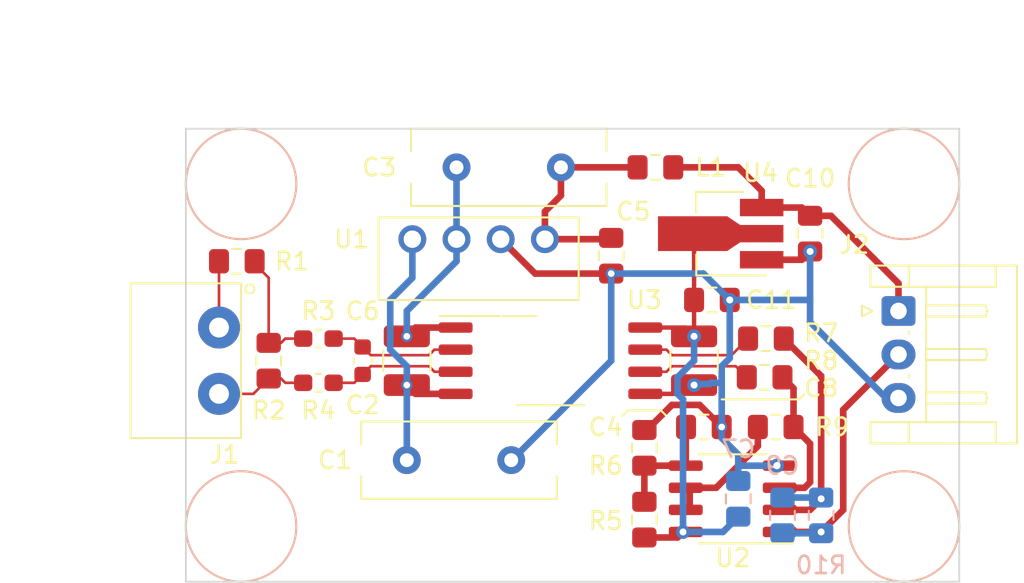
<source format=kicad_pcb>
(kicad_pcb (version 20171130) (host pcbnew "(5.1.5)-3")

  (general
    (thickness 1.6)
    (drawings 11)
    (tracks 161)
    (zones 0)
    (modules 32)
    (nets 19)
  )

  (page A4)
  (layers
    (0 F.Cu signal)
    (31 B.Cu signal)
    (32 B.Adhes user)
    (33 F.Adhes user)
    (34 B.Paste user)
    (35 F.Paste user)
    (36 B.SilkS user)
    (37 F.SilkS user)
    (38 B.Mask user)
    (39 F.Mask user)
    (40 Dwgs.User user)
    (41 Cmts.User user)
    (42 Eco1.User user)
    (43 Eco2.User user)
    (44 Edge.Cuts user)
    (45 Margin user)
    (46 B.CrtYd user)
    (47 F.CrtYd user)
    (48 B.Fab user hide)
    (49 F.Fab user hide)
  )

  (setup
    (last_trace_width 0.381)
    (user_trace_width 0.1524)
    (user_trace_width 0.254)
    (user_trace_width 0.381)
    (trace_clearance 0.2)
    (zone_clearance 0.508)
    (zone_45_only no)
    (trace_min 0.1524)
    (via_size 0.8)
    (via_drill 0.4)
    (via_min_size 0.4)
    (via_min_drill 0.3)
    (user_via 0.635 0.381)
    (uvia_size 0.3)
    (uvia_drill 0.1)
    (uvias_allowed no)
    (uvia_min_size 0.2)
    (uvia_min_drill 0.1)
    (edge_width 0.05)
    (segment_width 0.2)
    (pcb_text_width 0.3)
    (pcb_text_size 1.5 1.5)
    (mod_edge_width 0.12)
    (mod_text_size 1 1)
    (mod_text_width 0.15)
    (pad_size 1.524 1.524)
    (pad_drill 0.762)
    (pad_to_mask_clearance 0.051)
    (solder_mask_min_width 0.25)
    (aux_axis_origin 0 0)
    (grid_origin 87.63 88.9)
    (visible_elements 7FFFFFFF)
    (pcbplotparams
      (layerselection 0x010fc_ffffffff)
      (usegerberextensions false)
      (usegerberattributes false)
      (usegerberadvancedattributes false)
      (creategerberjobfile false)
      (excludeedgelayer true)
      (linewidth 0.100000)
      (plotframeref false)
      (viasonmask false)
      (mode 1)
      (useauxorigin false)
      (hpglpennumber 1)
      (hpglpenspeed 20)
      (hpglpendiameter 15.000000)
      (psnegative false)
      (psa4output false)
      (plotreference true)
      (plotvalue true)
      (plotinvisibletext false)
      (padsonsilk false)
      (subtractmaskfromsilk false)
      (outputformat 1)
      (mirror false)
      (drillshape 0)
      (scaleselection 1)
      (outputdirectory ""))
  )

  (net 0 "")
  (net 1 GND)
  (net 2 /GndIsolated)
  (net 3 /VinN)
  (net 4 /VinP)
  (net 5 /+5Isolated)
  (net 6 +5V)
  (net 7 +3V3)
  (net 8 LINE)
  (net 9 NEUT)
  (net 10 /VDConv)
  (net 11 /Amp-)
  (net 12 /Amp+)
  (net 13 /Out)
  (net 14 /VDiv)
  (net 15 /VOutP)
  (net 16 /VOutN)
  (net 17 /Ref)
  (net 18 /RefOut)

  (net_class Default "This is the default net class."
    (clearance 0.2)
    (trace_width 0.25)
    (via_dia 0.8)
    (via_drill 0.4)
    (uvia_dia 0.3)
    (uvia_drill 0.1)
    (add_net +3V3)
    (add_net +5V)
    (add_net /+5Isolated)
    (add_net /Amp+)
    (add_net /Amp-)
    (add_net /GndIsolated)
    (add_net /Out)
    (add_net /Ref)
    (add_net /RefOut)
    (add_net /VDConv)
    (add_net /VDiv)
    (add_net /VOutN)
    (add_net /VOutP)
    (add_net /VinN)
    (add_net /VinP)
    (add_net GND)
    (add_net LINE)
    (add_net NEUT)
  )

  (module 0MiscParts:SOIC-8_3.9x5.4mm_P1.27mm (layer F.Cu) (tedit 5EECF883) (tstamp 5EEC7284)
    (at 119.0625 84.1375 180)
    (descr "SOIC, 8 Pin (JEDEC MS-012AA, https://www.analog.com/media/en/package-pcb-resources/package/pkg_pdf/soic_narrow-r/r_8.pdf), generated with kicad-footprint-generator ipc_gullwing_generator.py")
    (tags "SOIC SO")
    (path /5EF24BF7)
    (attr smd)
    (fp_text reference U2 (at 0 -3.4) (layer F.SilkS)
      (effects (font (size 1 1) (thickness 0.15)))
    )
    (fp_text value OPA2134 (at 0 3.4) (layer F.Fab)
      (effects (font (size 1 1) (thickness 0.15)))
    )
    (fp_text user %R (at 0 0) (layer F.Fab)
      (effects (font (size 0.98 0.98) (thickness 0.15)))
    )
    (fp_line (start 3.9 -2.7) (end -3.9 -2.7) (layer F.CrtYd) (width 0.05))
    (fp_line (start 3.9 2.7) (end 3.9 -2.7) (layer F.CrtYd) (width 0.05))
    (fp_line (start -3.9 2.7) (end 3.9 2.7) (layer F.CrtYd) (width 0.05))
    (fp_line (start -3.9 -2.7) (end -3.9 2.7) (layer F.CrtYd) (width 0.05))
    (fp_line (start -1.95 -1.475) (end -0.975 -2.45) (layer F.Fab) (width 0.1))
    (fp_line (start -1.95 2.45) (end -1.95 -1.475) (layer F.Fab) (width 0.1))
    (fp_line (start 1.95 2.45) (end -1.95 2.45) (layer F.Fab) (width 0.1))
    (fp_line (start 1.95 -2.45) (end 1.95 2.45) (layer F.Fab) (width 0.1))
    (fp_line (start -0.975 -2.45) (end 1.95 -2.45) (layer F.Fab) (width 0.1))
    (fp_line (start 0 -2.56) (end -3.45 -2.56) (layer F.SilkS) (width 0.12))
    (fp_line (start 0 -2.56) (end 1.95 -2.56) (layer F.SilkS) (width 0.12))
    (fp_line (start 0 2.56) (end -1.95 2.56) (layer F.SilkS) (width 0.12))
    (fp_line (start 0 2.56) (end 1.95 2.56) (layer F.SilkS) (width 0.12))
    (pad 8 smd roundrect (at 2.7 -1.905 180) (size 1.95 0.6) (layers F.Cu F.Paste F.Mask) (roundrect_rratio 0.25)
      (net 7 +3V3))
    (pad 7 smd roundrect (at 2.7 -0.635 180) (size 1.95 0.6) (layers F.Cu F.Paste F.Mask) (roundrect_rratio 0.25)
      (net 18 /RefOut))
    (pad 6 smd roundrect (at 2.7 0.635 180) (size 1.95 0.6) (layers F.Cu F.Paste F.Mask) (roundrect_rratio 0.25)
      (net 18 /RefOut))
    (pad 5 smd roundrect (at 2.7 1.905 180) (size 1.95 0.6) (layers F.Cu F.Paste F.Mask) (roundrect_rratio 0.25)
      (net 17 /Ref))
    (pad 4 smd roundrect (at -2.7 1.905 180) (size 1.95 0.6) (layers F.Cu F.Paste F.Mask) (roundrect_rratio 0.25)
      (net 1 GND))
    (pad 3 smd roundrect (at -2.7 0.635 180) (size 1.95 0.6) (layers F.Cu F.Paste F.Mask) (roundrect_rratio 0.25)
      (net 12 /Amp+))
    (pad 2 smd roundrect (at -2.7 -0.635 180) (size 1.95 0.6) (layers F.Cu F.Paste F.Mask) (roundrect_rratio 0.25)
      (net 11 /Amp-))
    (pad 1 smd roundrect (at -2.7 -1.905 180) (size 1.95 0.6) (layers F.Cu F.Paste F.Mask) (roundrect_rratio 0.25)
      (net 13 /Out))
    (model ${KISYS3DMOD}/Package_SO.3dshapes/SOIC-8_3.9x4.9mm_P1.27mm.wrl
      (at (xyz 0 0 0))
      (scale (xyz 1 1 1))
      (rotate (xyz 0 0 0))
    )
  )

  (module "0MiscParts:MountingHole _1-8_1-4" (layer F.Cu) (tedit 5E4292CA) (tstamp 5EEC904D)
    (at 128.905 85.725)
    (path /5EF654EC)
    (fp_text reference H4 (at 0 2.032) (layer F.Fab)
      (effects (font (size 1 1) (thickness 0.15)))
    )
    (fp_text value MountingHole (at 0 -2.032) (layer F.Fab)
      (effects (font (size 1 1) (thickness 0.15)))
    )
    (fp_circle (center 0 0) (end 3.175 0) (layer B.SilkS) (width 0.12))
    (fp_circle (center 0 0) (end 3.175 0) (layer F.SilkS) (width 0.12))
    (pad "" np_thru_hole circle (at 0 0) (size 3.175 3.175) (drill 3.175) (layers *.Cu *.Mask))
  )

  (module Resistor_SMD:R_0805_2012Metric_Pad1.15x1.40mm_HandSolder (layer B.Cu) (tedit 5B36C52B) (tstamp 5EEC7254)
    (at 124.1425 85.09 90)
    (descr "Resistor SMD 0805 (2012 Metric), square (rectangular) end terminal, IPC_7351 nominal with elongated pad for handsoldering. (Body size source: https://docs.google.com/spreadsheets/d/1BsfQQcO9C6DZCsRaXUlFlo91Tg2WpOkGARC1WS5S8t0/edit?usp=sharing), generated with kicad-footprint-generator")
    (tags "resistor handsolder")
    (path /5EF24C33)
    (attr smd)
    (fp_text reference R10 (at -2.8575 0) (layer B.SilkS)
      (effects (font (size 1 1) (thickness 0.15)) (justify mirror))
    )
    (fp_text value ~ (at 0 -1.65 270) (layer B.Fab)
      (effects (font (size 1 1) (thickness 0.15)) (justify mirror))
    )
    (fp_text user %R (at 0 0 270) (layer B.Fab)
      (effects (font (size 0.5 0.5) (thickness 0.08)) (justify mirror))
    )
    (fp_line (start 1.85 -0.95) (end -1.85 -0.95) (layer B.CrtYd) (width 0.05))
    (fp_line (start 1.85 0.95) (end 1.85 -0.95) (layer B.CrtYd) (width 0.05))
    (fp_line (start -1.85 0.95) (end 1.85 0.95) (layer B.CrtYd) (width 0.05))
    (fp_line (start -1.85 -0.95) (end -1.85 0.95) (layer B.CrtYd) (width 0.05))
    (fp_line (start -0.261252 -0.71) (end 0.261252 -0.71) (layer B.SilkS) (width 0.12))
    (fp_line (start -0.261252 0.71) (end 0.261252 0.71) (layer B.SilkS) (width 0.12))
    (fp_line (start 1 -0.6) (end -1 -0.6) (layer B.Fab) (width 0.1))
    (fp_line (start 1 0.6) (end 1 -0.6) (layer B.Fab) (width 0.1))
    (fp_line (start -1 0.6) (end 1 0.6) (layer B.Fab) (width 0.1))
    (fp_line (start -1 -0.6) (end -1 0.6) (layer B.Fab) (width 0.1))
    (pad 2 smd roundrect (at 1.025 0 90) (size 1.15 1.4) (layers B.Cu B.Paste B.Mask) (roundrect_rratio 0.217391)
      (net 11 /Amp-))
    (pad 1 smd roundrect (at -1.025 0 90) (size 1.15 1.4) (layers B.Cu B.Paste B.Mask) (roundrect_rratio 0.217391)
      (net 13 /Out))
    (model ${KISYS3DMOD}/Resistor_SMD.3dshapes/R_0805_2012Metric.wrl
      (at (xyz 0 0 0))
      (scale (xyz 1 1 1))
      (rotate (xyz 0 0 0))
    )
  )

  (module Resistor_SMD:R_0805_2012Metric_Pad1.15x1.40mm_HandSolder (layer F.Cu) (tedit 5B36C52B) (tstamp 5EEC7243)
    (at 121.53 80.01)
    (descr "Resistor SMD 0805 (2012 Metric), square (rectangular) end terminal, IPC_7351 nominal with elongated pad for handsoldering. (Body size source: https://docs.google.com/spreadsheets/d/1BsfQQcO9C6DZCsRaXUlFlo91Tg2WpOkGARC1WS5S8t0/edit?usp=sharing), generated with kicad-footprint-generator")
    (tags "resistor handsolder")
    (path /5EF490CA)
    (attr smd)
    (fp_text reference R9 (at 3.2475 0) (layer F.SilkS)
      (effects (font (size 1 1) (thickness 0.15)))
    )
    (fp_text value 10k (at 0 1.65) (layer F.Fab)
      (effects (font (size 1 1) (thickness 0.15)))
    )
    (fp_text user %R (at 0 0) (layer F.Fab)
      (effects (font (size 0.5 0.5) (thickness 0.08)))
    )
    (fp_line (start 1.85 0.95) (end -1.85 0.95) (layer F.CrtYd) (width 0.05))
    (fp_line (start 1.85 -0.95) (end 1.85 0.95) (layer F.CrtYd) (width 0.05))
    (fp_line (start -1.85 -0.95) (end 1.85 -0.95) (layer F.CrtYd) (width 0.05))
    (fp_line (start -1.85 0.95) (end -1.85 -0.95) (layer F.CrtYd) (width 0.05))
    (fp_line (start -0.261252 0.71) (end 0.261252 0.71) (layer F.SilkS) (width 0.12))
    (fp_line (start -0.261252 -0.71) (end 0.261252 -0.71) (layer F.SilkS) (width 0.12))
    (fp_line (start 1 0.6) (end -1 0.6) (layer F.Fab) (width 0.1))
    (fp_line (start 1 -0.6) (end 1 0.6) (layer F.Fab) (width 0.1))
    (fp_line (start -1 -0.6) (end 1 -0.6) (layer F.Fab) (width 0.1))
    (fp_line (start -1 0.6) (end -1 -0.6) (layer F.Fab) (width 0.1))
    (pad 2 smd roundrect (at 1.025 0) (size 1.15 1.4) (layers F.Cu F.Paste F.Mask) (roundrect_rratio 0.217391)
      (net 12 /Amp+))
    (pad 1 smd roundrect (at -1.025 0) (size 1.15 1.4) (layers F.Cu F.Paste F.Mask) (roundrect_rratio 0.217391)
      (net 18 /RefOut))
    (model ${KISYS3DMOD}/Resistor_SMD.3dshapes/R_0805_2012Metric.wrl
      (at (xyz 0 0 0))
      (scale (xyz 1 1 1))
      (rotate (xyz 0 0 0))
    )
  )

  (module Resistor_SMD:R_0805_2012Metric_Pad1.15x1.40mm_HandSolder (layer F.Cu) (tedit 5B36C52B) (tstamp 5EEC7212)
    (at 113.9825 81.2075 270)
    (descr "Resistor SMD 0805 (2012 Metric), square (rectangular) end terminal, IPC_7351 nominal with elongated pad for handsoldering. (Body size source: https://docs.google.com/spreadsheets/d/1BsfQQcO9C6DZCsRaXUlFlo91Tg2WpOkGARC1WS5S8t0/edit?usp=sharing), generated with kicad-footprint-generator")
    (tags "resistor handsolder")
    (path /5EF24C1A)
    (attr smd)
    (fp_text reference R6 (at 1.025 2.2225 180) (layer F.SilkS)
      (effects (font (size 1 1) (thickness 0.15)))
    )
    (fp_text value 10k (at 0 1.65 90) (layer F.Fab)
      (effects (font (size 1 1) (thickness 0.15)))
    )
    (fp_text user %R (at 0 0 90) (layer F.Fab)
      (effects (font (size 0.5 0.5) (thickness 0.08)))
    )
    (fp_line (start 1.85 0.95) (end -1.85 0.95) (layer F.CrtYd) (width 0.05))
    (fp_line (start 1.85 -0.95) (end 1.85 0.95) (layer F.CrtYd) (width 0.05))
    (fp_line (start -1.85 -0.95) (end 1.85 -0.95) (layer F.CrtYd) (width 0.05))
    (fp_line (start -1.85 0.95) (end -1.85 -0.95) (layer F.CrtYd) (width 0.05))
    (fp_line (start -0.261252 0.71) (end 0.261252 0.71) (layer F.SilkS) (width 0.12))
    (fp_line (start -0.261252 -0.71) (end 0.261252 -0.71) (layer F.SilkS) (width 0.12))
    (fp_line (start 1 0.6) (end -1 0.6) (layer F.Fab) (width 0.1))
    (fp_line (start 1 -0.6) (end 1 0.6) (layer F.Fab) (width 0.1))
    (fp_line (start -1 -0.6) (end 1 -0.6) (layer F.Fab) (width 0.1))
    (fp_line (start -1 0.6) (end -1 -0.6) (layer F.Fab) (width 0.1))
    (pad 2 smd roundrect (at 1.025 0 270) (size 1.15 1.4) (layers F.Cu F.Paste F.Mask) (roundrect_rratio 0.217391)
      (net 17 /Ref))
    (pad 1 smd roundrect (at -1.025 0 270) (size 1.15 1.4) (layers F.Cu F.Paste F.Mask) (roundrect_rratio 0.217391)
      (net 1 GND))
    (model ${KISYS3DMOD}/Resistor_SMD.3dshapes/R_0805_2012Metric.wrl
      (at (xyz 0 0 0))
      (scale (xyz 1 1 1))
      (rotate (xyz 0 0 0))
    )
  )

  (module Resistor_SMD:R_0805_2012Metric_Pad1.15x1.40mm_HandSolder (layer F.Cu) (tedit 5B36C52B) (tstamp 5EEC7201)
    (at 113.9825 85.335 270)
    (descr "Resistor SMD 0805 (2012 Metric), square (rectangular) end terminal, IPC_7351 nominal with elongated pad for handsoldering. (Body size source: https://docs.google.com/spreadsheets/d/1BsfQQcO9C6DZCsRaXUlFlo91Tg2WpOkGARC1WS5S8t0/edit?usp=sharing), generated with kicad-footprint-generator")
    (tags "resistor handsolder")
    (path /5EF24C09)
    (attr smd)
    (fp_text reference R5 (at 0.0725 2.2225 180) (layer F.SilkS)
      (effects (font (size 1 1) (thickness 0.15)))
    )
    (fp_text value 10k (at 0 1.65 90) (layer F.Fab)
      (effects (font (size 1 1) (thickness 0.15)))
    )
    (fp_text user %R (at 0 0 90) (layer F.Fab)
      (effects (font (size 0.5 0.5) (thickness 0.08)))
    )
    (fp_line (start 1.85 0.95) (end -1.85 0.95) (layer F.CrtYd) (width 0.05))
    (fp_line (start 1.85 -0.95) (end 1.85 0.95) (layer F.CrtYd) (width 0.05))
    (fp_line (start -1.85 -0.95) (end 1.85 -0.95) (layer F.CrtYd) (width 0.05))
    (fp_line (start -1.85 0.95) (end -1.85 -0.95) (layer F.CrtYd) (width 0.05))
    (fp_line (start -0.261252 0.71) (end 0.261252 0.71) (layer F.SilkS) (width 0.12))
    (fp_line (start -0.261252 -0.71) (end 0.261252 -0.71) (layer F.SilkS) (width 0.12))
    (fp_line (start 1 0.6) (end -1 0.6) (layer F.Fab) (width 0.1))
    (fp_line (start 1 -0.6) (end 1 0.6) (layer F.Fab) (width 0.1))
    (fp_line (start -1 -0.6) (end 1 -0.6) (layer F.Fab) (width 0.1))
    (fp_line (start -1 0.6) (end -1 -0.6) (layer F.Fab) (width 0.1))
    (pad 2 smd roundrect (at 1.025 0 270) (size 1.15 1.4) (layers F.Cu F.Paste F.Mask) (roundrect_rratio 0.217391)
      (net 7 +3V3))
    (pad 1 smd roundrect (at -1.025 0 270) (size 1.15 1.4) (layers F.Cu F.Paste F.Mask) (roundrect_rratio 0.217391)
      (net 17 /Ref))
    (model ${KISYS3DMOD}/Resistor_SMD.3dshapes/R_0805_2012Metric.wrl
      (at (xyz 0 0 0))
      (scale (xyz 1 1 1))
      (rotate (xyz 0 0 0))
    )
  )

  (module Connector_JST:JST_EH_S3B-EH_1x03_P2.50mm_Horizontal (layer F.Cu) (tedit 5C281425) (tstamp 5EEC7150)
    (at 128.5875 73.3425 270)
    (descr "JST EH series connector, S3B-EH (http://www.jst-mfg.com/product/pdf/eng/eEH.pdf), generated with kicad-footprint-generator")
    (tags "connector JST EH horizontal")
    (path /5EF24C62)
    (fp_text reference J2 (at -3.81 2.54 180) (layer F.SilkS)
      (effects (font (size 1 1) (thickness 0.15)))
    )
    (fp_text value Conn_01x03_Male (at 2.5 2.7 90) (layer F.Fab)
      (effects (font (size 1 1) (thickness 0.15)))
    )
    (fp_text user %R (at 2.5 -2.6 90) (layer F.Fab)
      (effects (font (size 1 1) (thickness 0.15)))
    )
    (fp_line (start 0 -1.407107) (end 0.5 -0.7) (layer F.Fab) (width 0.1))
    (fp_line (start -0.5 -0.7) (end 0 -1.407107) (layer F.Fab) (width 0.1))
    (fp_line (start 0.3 2.1) (end 0 1.5) (layer F.SilkS) (width 0.12))
    (fp_line (start -0.3 2.1) (end 0.3 2.1) (layer F.SilkS) (width 0.12))
    (fp_line (start 0 1.5) (end -0.3 2.1) (layer F.SilkS) (width 0.12))
    (fp_line (start 5.32 -1.59) (end 5 -1.59) (layer F.SilkS) (width 0.12))
    (fp_line (start 5.32 -5.01) (end 5.32 -1.59) (layer F.SilkS) (width 0.12))
    (fp_line (start 5 -5.09) (end 5.32 -5.01) (layer F.SilkS) (width 0.12))
    (fp_line (start 4.68 -5.01) (end 5 -5.09) (layer F.SilkS) (width 0.12))
    (fp_line (start 4.68 -1.59) (end 4.68 -5.01) (layer F.SilkS) (width 0.12))
    (fp_line (start 5 -1.59) (end 4.68 -1.59) (layer F.SilkS) (width 0.12))
    (fp_line (start 3.67 -0.59) (end 3.83 -0.59) (layer F.SilkS) (width 0.12))
    (fp_line (start 2.82 -1.59) (end 2.5 -1.59) (layer F.SilkS) (width 0.12))
    (fp_line (start 2.82 -5.01) (end 2.82 -1.59) (layer F.SilkS) (width 0.12))
    (fp_line (start 2.5 -5.09) (end 2.82 -5.01) (layer F.SilkS) (width 0.12))
    (fp_line (start 2.18 -5.01) (end 2.5 -5.09) (layer F.SilkS) (width 0.12))
    (fp_line (start 2.18 -1.59) (end 2.18 -5.01) (layer F.SilkS) (width 0.12))
    (fp_line (start 2.5 -1.59) (end 2.18 -1.59) (layer F.SilkS) (width 0.12))
    (fp_line (start 1.17 -0.59) (end 1.33 -0.59) (layer F.SilkS) (width 0.12))
    (fp_line (start 0.32 -1.59) (end 0 -1.59) (layer F.SilkS) (width 0.12))
    (fp_line (start 0.32 -5.01) (end 0.32 -1.59) (layer F.SilkS) (width 0.12))
    (fp_line (start 0 -5.09) (end 0.32 -5.01) (layer F.SilkS) (width 0.12))
    (fp_line (start -0.32 -5.01) (end 0 -5.09) (layer F.SilkS) (width 0.12))
    (fp_line (start -0.32 -1.59) (end -0.32 -5.01) (layer F.SilkS) (width 0.12))
    (fp_line (start 0 -1.59) (end -0.32 -1.59) (layer F.SilkS) (width 0.12))
    (fp_line (start -1.39 -1.59) (end 6.39 -1.59) (layer F.SilkS) (width 0.12))
    (fp_line (start 6.39 -0.59) (end 7.61 -0.59) (layer F.SilkS) (width 0.12))
    (fp_line (start 6.39 -5.59) (end 6.39 -0.59) (layer F.SilkS) (width 0.12))
    (fp_line (start 7.61 -5.59) (end 6.39 -5.59) (layer F.SilkS) (width 0.12))
    (fp_line (start -1.39 -0.59) (end -2.61 -0.59) (layer F.SilkS) (width 0.12))
    (fp_line (start -1.39 -5.59) (end -1.39 -0.59) (layer F.SilkS) (width 0.12))
    (fp_line (start -2.61 -5.59) (end -1.39 -5.59) (layer F.SilkS) (width 0.12))
    (fp_line (start 6.39 1.61) (end 6.39 -0.59) (layer F.SilkS) (width 0.12))
    (fp_line (start 7.61 1.61) (end 6.39 1.61) (layer F.SilkS) (width 0.12))
    (fp_line (start 7.61 -6.81) (end 7.61 1.61) (layer F.SilkS) (width 0.12))
    (fp_line (start -2.61 -6.81) (end 7.61 -6.81) (layer F.SilkS) (width 0.12))
    (fp_line (start -2.61 1.61) (end -2.61 -6.81) (layer F.SilkS) (width 0.12))
    (fp_line (start -1.39 1.61) (end -2.61 1.61) (layer F.SilkS) (width 0.12))
    (fp_line (start -1.39 -0.59) (end -1.39 1.61) (layer F.SilkS) (width 0.12))
    (fp_line (start 8 -7.2) (end -3 -7.2) (layer F.CrtYd) (width 0.05))
    (fp_line (start 8 2) (end 8 -7.2) (layer F.CrtYd) (width 0.05))
    (fp_line (start -3 2) (end 8 2) (layer F.CrtYd) (width 0.05))
    (fp_line (start -3 -7.2) (end -3 2) (layer F.CrtYd) (width 0.05))
    (fp_line (start 6.5 -0.7) (end -1.5 -0.7) (layer F.Fab) (width 0.1))
    (fp_line (start 6.5 1.5) (end 6.5 -0.7) (layer F.Fab) (width 0.1))
    (fp_line (start 7.5 1.5) (end 6.5 1.5) (layer F.Fab) (width 0.1))
    (fp_line (start 7.5 -6.7) (end 7.5 1.5) (layer F.Fab) (width 0.1))
    (fp_line (start -2.5 -6.7) (end 7.5 -6.7) (layer F.Fab) (width 0.1))
    (fp_line (start -2.5 1.5) (end -2.5 -6.7) (layer F.Fab) (width 0.1))
    (fp_line (start -1.5 1.5) (end -2.5 1.5) (layer F.Fab) (width 0.1))
    (fp_line (start -1.5 -0.7) (end -1.5 1.5) (layer F.Fab) (width 0.1))
    (pad 3 thru_hole oval (at 5 0 270) (size 1.7 1.95) (drill 0.95) (layers *.Cu *.Mask)
      (net 1 GND))
    (pad 2 thru_hole oval (at 2.5 0 270) (size 1.7 1.95) (drill 0.95) (layers *.Cu *.Mask)
      (net 13 /Out))
    (pad 1 thru_hole roundrect (at 0 0 270) (size 1.7 1.95) (drill 0.95) (layers *.Cu *.Mask) (roundrect_rratio 0.147059)
      (net 6 +5V))
    (model ${KISYS3DMOD}/Connector_JST.3dshapes/JST_EH_S3B-EH_1x03_P2.50mm_Horizontal.wrl
      (at (xyz 0 0 0))
      (scale (xyz 1 1 1))
      (rotate (xyz 0 0 0))
    )
  )

  (module Capacitor_SMD:C_0805_2012Metric_Pad1.15x1.40mm_HandSolder (layer B.Cu) (tedit 5B36C52B) (tstamp 5EEC70BD)
    (at 121.92 85.09 90)
    (descr "Capacitor SMD 0805 (2012 Metric), square (rectangular) end terminal, IPC_7351 nominal with elongated pad for handsoldering. (Body size source: https://docs.google.com/spreadsheets/d/1BsfQQcO9C6DZCsRaXUlFlo91Tg2WpOkGARC1WS5S8t0/edit?usp=sharing), generated with kicad-footprint-generator")
    (tags "capacitor handsolder")
    (path /5EF24C6A)
    (attr smd)
    (fp_text reference C9 (at 2.8575 0) (layer B.SilkS)
      (effects (font (size 1 1) (thickness 0.15)) (justify mirror))
    )
    (fp_text value C (at 0 -1.65 270) (layer B.Fab)
      (effects (font (size 1 1) (thickness 0.15)) (justify mirror))
    )
    (fp_text user %R (at 0 0 270) (layer B.Fab)
      (effects (font (size 0.5 0.5) (thickness 0.08)) (justify mirror))
    )
    (fp_line (start 1.85 -0.95) (end -1.85 -0.95) (layer B.CrtYd) (width 0.05))
    (fp_line (start 1.85 0.95) (end 1.85 -0.95) (layer B.CrtYd) (width 0.05))
    (fp_line (start -1.85 0.95) (end 1.85 0.95) (layer B.CrtYd) (width 0.05))
    (fp_line (start -1.85 -0.95) (end -1.85 0.95) (layer B.CrtYd) (width 0.05))
    (fp_line (start -0.261252 -0.71) (end 0.261252 -0.71) (layer B.SilkS) (width 0.12))
    (fp_line (start -0.261252 0.71) (end 0.261252 0.71) (layer B.SilkS) (width 0.12))
    (fp_line (start 1 -0.6) (end -1 -0.6) (layer B.Fab) (width 0.1))
    (fp_line (start 1 0.6) (end 1 -0.6) (layer B.Fab) (width 0.1))
    (fp_line (start -1 0.6) (end 1 0.6) (layer B.Fab) (width 0.1))
    (fp_line (start -1 -0.6) (end -1 0.6) (layer B.Fab) (width 0.1))
    (pad 2 smd roundrect (at 1.025 0 90) (size 1.15 1.4) (layers B.Cu B.Paste B.Mask) (roundrect_rratio 0.217391)
      (net 11 /Amp-))
    (pad 1 smd roundrect (at -1.025 0 90) (size 1.15 1.4) (layers B.Cu B.Paste B.Mask) (roundrect_rratio 0.217391)
      (net 13 /Out))
    (model ${KISYS3DMOD}/Capacitor_SMD.3dshapes/C_0805_2012Metric.wrl
      (at (xyz 0 0 0))
      (scale (xyz 1 1 1))
      (rotate (xyz 0 0 0))
    )
  )

  (module Capacitor_SMD:C_0805_2012Metric_Pad1.15x1.40mm_HandSolder (layer B.Cu) (tedit 5B36C52B) (tstamp 5EEC709C)
    (at 119.38 84.1375 90)
    (descr "Capacitor SMD 0805 (2012 Metric), square (rectangular) end terminal, IPC_7351 nominal with elongated pad for handsoldering. (Body size source: https://docs.google.com/spreadsheets/d/1BsfQQcO9C6DZCsRaXUlFlo91Tg2WpOkGARC1WS5S8t0/edit?usp=sharing), generated with kicad-footprint-generator")
    (tags "capacitor handsolder")
    (path /5EF24C4A)
    (attr smd)
    (fp_text reference C7 (at 2.8575 0 180) (layer B.SilkS)
      (effects (font (size 1 1) (thickness 0.15)) (justify mirror))
    )
    (fp_text value .1uf (at 0 -1.65 90) (layer B.Fab)
      (effects (font (size 1 1) (thickness 0.15)) (justify mirror))
    )
    (fp_text user %R (at 0 0 90) (layer B.Fab)
      (effects (font (size 0.5 0.5) (thickness 0.08)) (justify mirror))
    )
    (fp_line (start 1.85 -0.95) (end -1.85 -0.95) (layer B.CrtYd) (width 0.05))
    (fp_line (start 1.85 0.95) (end 1.85 -0.95) (layer B.CrtYd) (width 0.05))
    (fp_line (start -1.85 0.95) (end 1.85 0.95) (layer B.CrtYd) (width 0.05))
    (fp_line (start -1.85 -0.95) (end -1.85 0.95) (layer B.CrtYd) (width 0.05))
    (fp_line (start -0.261252 -0.71) (end 0.261252 -0.71) (layer B.SilkS) (width 0.12))
    (fp_line (start -0.261252 0.71) (end 0.261252 0.71) (layer B.SilkS) (width 0.12))
    (fp_line (start 1 -0.6) (end -1 -0.6) (layer B.Fab) (width 0.1))
    (fp_line (start 1 0.6) (end 1 -0.6) (layer B.Fab) (width 0.1))
    (fp_line (start -1 0.6) (end 1 0.6) (layer B.Fab) (width 0.1))
    (fp_line (start -1 -0.6) (end -1 0.6) (layer B.Fab) (width 0.1))
    (pad 2 smd roundrect (at 1.025 0 90) (size 1.15 1.4) (layers B.Cu B.Paste B.Mask) (roundrect_rratio 0.217391)
      (net 1 GND))
    (pad 1 smd roundrect (at -1.025 0 90) (size 1.15 1.4) (layers B.Cu B.Paste B.Mask) (roundrect_rratio 0.217391)
      (net 7 +3V3))
    (model ${KISYS3DMOD}/Capacitor_SMD.3dshapes/C_0805_2012Metric.wrl
      (at (xyz 0 0 0))
      (scale (xyz 1 1 1))
      (rotate (xyz 0 0 0))
    )
  )

  (module Capacitor_SMD:C_0805_2012Metric_Pad1.15x1.40mm_HandSolder (layer F.Cu) (tedit 5B36C52B) (tstamp 5EEC706B)
    (at 117.4025 80.01)
    (descr "Capacitor SMD 0805 (2012 Metric), square (rectangular) end terminal, IPC_7351 nominal with elongated pad for handsoldering. (Body size source: https://docs.google.com/spreadsheets/d/1BsfQQcO9C6DZCsRaXUlFlo91Tg2WpOkGARC1WS5S8t0/edit?usp=sharing), generated with kicad-footprint-generator")
    (tags "capacitor handsolder")
    (path /5EF24C0F)
    (attr smd)
    (fp_text reference C4 (at -5.6425 0) (layer F.SilkS)
      (effects (font (size 1 1) (thickness 0.15)))
    )
    (fp_text value 1uf (at 0 1.65) (layer F.Fab)
      (effects (font (size 1 1) (thickness 0.15)))
    )
    (fp_text user %R (at 0 0) (layer F.Fab)
      (effects (font (size 0.5 0.5) (thickness 0.08)))
    )
    (fp_line (start 1.85 0.95) (end -1.85 0.95) (layer F.CrtYd) (width 0.05))
    (fp_line (start 1.85 -0.95) (end 1.85 0.95) (layer F.CrtYd) (width 0.05))
    (fp_line (start -1.85 -0.95) (end 1.85 -0.95) (layer F.CrtYd) (width 0.05))
    (fp_line (start -1.85 0.95) (end -1.85 -0.95) (layer F.CrtYd) (width 0.05))
    (fp_line (start -0.261252 0.71) (end 0.261252 0.71) (layer F.SilkS) (width 0.12))
    (fp_line (start -0.261252 -0.71) (end 0.261252 -0.71) (layer F.SilkS) (width 0.12))
    (fp_line (start 1 0.6) (end -1 0.6) (layer F.Fab) (width 0.1))
    (fp_line (start 1 -0.6) (end 1 0.6) (layer F.Fab) (width 0.1))
    (fp_line (start -1 -0.6) (end 1 -0.6) (layer F.Fab) (width 0.1))
    (fp_line (start -1 0.6) (end -1 -0.6) (layer F.Fab) (width 0.1))
    (pad 2 smd roundrect (at 1.025 0) (size 1.15 1.4) (layers F.Cu F.Paste F.Mask) (roundrect_rratio 0.217391)
      (net 1 GND))
    (pad 1 smd roundrect (at -1.025 0) (size 1.15 1.4) (layers F.Cu F.Paste F.Mask) (roundrect_rratio 0.217391)
      (net 17 /Ref))
    (model ${KISYS3DMOD}/Capacitor_SMD.3dshapes/C_0805_2012Metric.wrl
      (at (xyz 0 0 0))
      (scale (xyz 1 1 1))
      (rotate (xyz 0 0 0))
    )
  )

  (module "0MiscParts:MountingHole _1-8_1-4" (layer F.Cu) (tedit 5E4292CA) (tstamp 5EE989AD)
    (at 128.905 66.04)
    (path /5F071F41)
    (fp_text reference H3 (at 0 2.032) (layer F.Fab)
      (effects (font (size 1 1) (thickness 0.15)))
    )
    (fp_text value MountingHole (at 0 -2.032) (layer F.Fab)
      (effects (font (size 1 1) (thickness 0.15)))
    )
    (fp_circle (center 0 0) (end 3.175 0) (layer B.SilkS) (width 0.12))
    (fp_circle (center 0 0) (end 3.175 0) (layer F.SilkS) (width 0.12))
    (pad "" np_thru_hole circle (at 0 0) (size 3.175 3.175) (drill 3.175) (layers *.Cu *.Mask))
  )

  (module "0MiscParts:MountingHole _1-8_1-4" (layer F.Cu) (tedit 5E4292CA) (tstamp 5EE989A6)
    (at 90.805 85.725)
    (path /5F071E40)
    (fp_text reference H2 (at 0 2.032) (layer F.Fab)
      (effects (font (size 1 1) (thickness 0.15)))
    )
    (fp_text value MountingHole (at 0 -2.032) (layer F.Fab)
      (effects (font (size 1 1) (thickness 0.15)))
    )
    (fp_circle (center 0 0) (end 3.175 0) (layer B.SilkS) (width 0.12))
    (fp_circle (center 0 0) (end 3.175 0) (layer F.SilkS) (width 0.12))
    (pad "" np_thru_hole circle (at 0 0) (size 3.175 3.175) (drill 3.175) (layers *.Cu *.Mask))
  )

  (module "0MiscParts:MountingHole _1-8_1-4" (layer F.Cu) (tedit 5E4292CA) (tstamp 5EE9899F)
    (at 90.805 66.04)
    (path /5F071A9C)
    (fp_text reference H1 (at 0 2.032) (layer F.Fab)
      (effects (font (size 1 1) (thickness 0.15)))
    )
    (fp_text value MountingHole (at 0 -2.032) (layer F.Fab)
      (effects (font (size 1 1) (thickness 0.15)))
    )
    (fp_circle (center 0 0) (end 3.175 0) (layer B.SilkS) (width 0.12))
    (fp_circle (center 0 0) (end 3.175 0) (layer F.SilkS) (width 0.12))
    (pad "" np_thru_hole circle (at 0 0) (size 3.175 3.175) (drill 3.175) (layers *.Cu *.Mask))
  )

  (module Capacitor_SMD:C_1210_3225Metric (layer F.Cu) (tedit 5B301BBE) (tstamp 5EE957DD)
    (at 116.84 76.2 270)
    (descr "Capacitor SMD 1210 (3225 Metric), square (rectangular) end terminal, IPC_7351 nominal, (Body size source: http://www.tortai-tech.com/upload/download/2011102023233369053.pdf), generated with kicad-footprint-generator")
    (tags capacitor)
    (path /5F0492FC)
    (attr smd)
    (fp_text reference C8 (at 1.5875 -7.3025 180) (layer F.SilkS)
      (effects (font (size 1 1) (thickness 0.15)))
    )
    (fp_text value .1uf (at 0 2.28 90) (layer F.Fab)
      (effects (font (size 1 1) (thickness 0.15)))
    )
    (fp_text user %R (at 0 0 90) (layer F.Fab)
      (effects (font (size 0.8 0.8) (thickness 0.12)))
    )
    (fp_line (start 2.28 1.58) (end -2.28 1.58) (layer F.CrtYd) (width 0.05))
    (fp_line (start 2.28 -1.58) (end 2.28 1.58) (layer F.CrtYd) (width 0.05))
    (fp_line (start -2.28 -1.58) (end 2.28 -1.58) (layer F.CrtYd) (width 0.05))
    (fp_line (start -2.28 1.58) (end -2.28 -1.58) (layer F.CrtYd) (width 0.05))
    (fp_line (start -0.602064 1.36) (end 0.602064 1.36) (layer F.SilkS) (width 0.12))
    (fp_line (start -0.602064 -1.36) (end 0.602064 -1.36) (layer F.SilkS) (width 0.12))
    (fp_line (start 1.6 1.25) (end -1.6 1.25) (layer F.Fab) (width 0.1))
    (fp_line (start 1.6 -1.25) (end 1.6 1.25) (layer F.Fab) (width 0.1))
    (fp_line (start -1.6 -1.25) (end 1.6 -1.25) (layer F.Fab) (width 0.1))
    (fp_line (start -1.6 1.25) (end -1.6 -1.25) (layer F.Fab) (width 0.1))
    (pad 2 smd roundrect (at 1.4 0 270) (size 1.25 2.65) (layers F.Cu F.Paste F.Mask) (roundrect_rratio 0.2)
      (net 1 GND))
    (pad 1 smd roundrect (at -1.4 0 270) (size 1.25 2.65) (layers F.Cu F.Paste F.Mask) (roundrect_rratio 0.2)
      (net 7 +3V3))
    (model ${KISYS3DMOD}/Capacitor_SMD.3dshapes/C_1210_3225Metric.wrl
      (at (xyz 0 0 0))
      (scale (xyz 1 1 1))
      (rotate (xyz 0 0 0))
    )
  )

  (module Capacitor_SMD:C_0603_1608Metric (layer F.Cu) (tedit 5B301BBE) (tstamp 5EE90785)
    (at 97.79 76.2 270)
    (descr "Capacitor SMD 0603 (1608 Metric), square (rectangular) end terminal, IPC_7351 nominal, (Body size source: http://www.tortai-tech.com/upload/download/2011102023233369053.pdf), generated with kicad-footprint-generator")
    (tags capacitor)
    (path /5EEAE52E)
    (attr smd)
    (fp_text reference C2 (at 2.54 0 180) (layer F.SilkS)
      (effects (font (size 1 1) (thickness 0.15)))
    )
    (fp_text value 330pf (at 0 1.43 90) (layer F.Fab)
      (effects (font (size 1 1) (thickness 0.15)))
    )
    (fp_text user %R (at 0 0 90) (layer F.Fab)
      (effects (font (size 0.4 0.4) (thickness 0.06)))
    )
    (fp_line (start 1.48 0.73) (end -1.48 0.73) (layer F.CrtYd) (width 0.05))
    (fp_line (start 1.48 -0.73) (end 1.48 0.73) (layer F.CrtYd) (width 0.05))
    (fp_line (start -1.48 -0.73) (end 1.48 -0.73) (layer F.CrtYd) (width 0.05))
    (fp_line (start -1.48 0.73) (end -1.48 -0.73) (layer F.CrtYd) (width 0.05))
    (fp_line (start -0.162779 0.51) (end 0.162779 0.51) (layer F.SilkS) (width 0.12))
    (fp_line (start -0.162779 -0.51) (end 0.162779 -0.51) (layer F.SilkS) (width 0.12))
    (fp_line (start 0.8 0.4) (end -0.8 0.4) (layer F.Fab) (width 0.1))
    (fp_line (start 0.8 -0.4) (end 0.8 0.4) (layer F.Fab) (width 0.1))
    (fp_line (start -0.8 -0.4) (end 0.8 -0.4) (layer F.Fab) (width 0.1))
    (fp_line (start -0.8 0.4) (end -0.8 -0.4) (layer F.Fab) (width 0.1))
    (pad 2 smd roundrect (at 0.7875 0 270) (size 0.875 0.95) (layers F.Cu F.Paste F.Mask) (roundrect_rratio 0.25)
      (net 3 /VinN))
    (pad 1 smd roundrect (at -0.7875 0 270) (size 0.875 0.95) (layers F.Cu F.Paste F.Mask) (roundrect_rratio 0.25)
      (net 4 /VinP))
    (model ${KISYS3DMOD}/Capacitor_SMD.3dshapes/C_0603_1608Metric.wrl
      (at (xyz 0 0 0))
      (scale (xyz 1 1 1))
      (rotate (xyz 0 0 0))
    )
  )

  (module Capacitor_SMD:C_1210_3225Metric (layer F.Cu) (tedit 5B301BBE) (tstamp 5EE93F2F)
    (at 100.33 76.2 270)
    (descr "Capacitor SMD 1210 (3225 Metric), square (rectangular) end terminal, IPC_7351 nominal, (Body size source: http://www.tortai-tech.com/upload/download/2011102023233369053.pdf), generated with kicad-footprint-generator")
    (tags capacitor)
    (path /5F037C5B)
    (attr smd)
    (fp_text reference C6 (at -2.8575 2.54) (layer F.SilkS)
      (effects (font (size 1 1) (thickness 0.15)))
    )
    (fp_text value .1uf (at 0 2.28 270) (layer F.Fab)
      (effects (font (size 1 1) (thickness 0.15)))
    )
    (fp_text user %R (at 0 0 270) (layer F.Fab)
      (effects (font (size 0.8 0.8) (thickness 0.12)))
    )
    (fp_line (start 2.28 1.58) (end -2.28 1.58) (layer F.CrtYd) (width 0.05))
    (fp_line (start 2.28 -1.58) (end 2.28 1.58) (layer F.CrtYd) (width 0.05))
    (fp_line (start -2.28 -1.58) (end 2.28 -1.58) (layer F.CrtYd) (width 0.05))
    (fp_line (start -2.28 1.58) (end -2.28 -1.58) (layer F.CrtYd) (width 0.05))
    (fp_line (start -0.602064 1.36) (end 0.602064 1.36) (layer F.SilkS) (width 0.12))
    (fp_line (start -0.602064 -1.36) (end 0.602064 -1.36) (layer F.SilkS) (width 0.12))
    (fp_line (start 1.6 1.25) (end -1.6 1.25) (layer F.Fab) (width 0.1))
    (fp_line (start 1.6 -1.25) (end 1.6 1.25) (layer F.Fab) (width 0.1))
    (fp_line (start -1.6 -1.25) (end 1.6 -1.25) (layer F.Fab) (width 0.1))
    (fp_line (start -1.6 1.25) (end -1.6 -1.25) (layer F.Fab) (width 0.1))
    (pad 2 smd roundrect (at 1.4 0 270) (size 1.25 2.65) (layers F.Cu F.Paste F.Mask) (roundrect_rratio 0.2)
      (net 2 /GndIsolated))
    (pad 1 smd roundrect (at -1.4 0 270) (size 1.25 2.65) (layers F.Cu F.Paste F.Mask) (roundrect_rratio 0.2)
      (net 5 /+5Isolated))
    (model ${KISYS3DMOD}/Capacitor_SMD.3dshapes/C_1210_3225Metric.wrl
      (at (xyz 0 0 0))
      (scale (xyz 1 1 1))
      (rotate (xyz 0 0 0))
    )
  )

  (module "0MiscParts:2 Pin 3.81mm" (layer F.Cu) (tedit 5D595D92) (tstamp 5EE9392D)
    (at 89.535 76.2 270)
    (path /5F02BB0A)
    (fp_text reference J1 (at 5.3975 -0.3175 180) (layer F.SilkS)
      (effects (font (size 1 1) (thickness 0.15)))
    )
    (fp_text value Conn_01x02_Female (at 0 2.286 90) (layer F.Fab)
      (effects (font (size 1 1) (thickness 0.15)))
    )
    (fp_circle (center -4.1275 -1.770183) (end -4.064 -1.516183) (layer F.SilkS) (width 0.12))
    (fp_line (start -4.445 -1.27) (end -4.445 5.08) (layer F.SilkS) (width 0.12))
    (fp_line (start -4.445 5.08) (end 4.445 5.08) (layer F.SilkS) (width 0.12))
    (fp_line (start 4.445 5.08) (end 4.445 -1.27) (layer F.SilkS) (width 0.12))
    (fp_line (start -4.445 -1.27) (end 4.445 -1.27) (layer F.SilkS) (width 0.12))
    (pad 1 thru_hole circle (at -1.905 0 270) (size 2.413 2.413) (drill 1.143) (layers *.Cu *.Mask)
      (net 8 LINE))
    (pad 2 thru_hole circle (at 1.905 0 270) (size 2.413 2.413) (drill 1.143) (layers *.Cu *.Mask)
      (net 9 NEUT))
  )

  (module Package_TO_SOT_SMD:SOT-89-3_Handsoldering (layer F.Cu) (tedit 5A02FF57) (tstamp 5EE90907)
    (at 118.745 68.8975 180)
    (descr "SOT-89-3 Handsoldering")
    (tags "SOT-89-3 Handsoldering")
    (path /5EF81C2A)
    (attr smd)
    (fp_text reference U4 (at -1.905 3.4925) (layer F.SilkS)
      (effects (font (size 1 1) (thickness 0.15)))
    )
    (fp_text value AMS1117-3.3 (at 0.5 3.15) (layer F.Fab)
      (effects (font (size 1 1) (thickness 0.15)))
    )
    (fp_line (start -0.13 -2.3) (end 1.68 -2.3) (layer F.Fab) (width 0.1))
    (fp_line (start -0.92 2.3) (end -0.92 -1.51) (layer F.Fab) (width 0.1))
    (fp_line (start 1.68 2.3) (end -0.92 2.3) (layer F.Fab) (width 0.1))
    (fp_line (start 1.68 -2.3) (end 1.68 2.3) (layer F.Fab) (width 0.1))
    (fp_line (start -0.92 -1.51) (end -0.13 -2.3) (layer F.Fab) (width 0.1))
    (fp_line (start 1.78 -2.4) (end 1.78 -1.2) (layer F.SilkS) (width 0.12))
    (fp_line (start -2.22 -2.4) (end 1.78 -2.4) (layer F.SilkS) (width 0.12))
    (fp_line (start 1.78 2.4) (end -0.92 2.4) (layer F.SilkS) (width 0.12))
    (fp_line (start 1.78 1.2) (end 1.78 2.4) (layer F.SilkS) (width 0.12))
    (fp_line (start -3.5 -2.55) (end -3.5 2.55) (layer F.CrtYd) (width 0.05))
    (fp_line (start 4.25 -2.55) (end -3.5 -2.55) (layer F.CrtYd) (width 0.05))
    (fp_line (start 4.25 2.55) (end 4.25 -2.55) (layer F.CrtYd) (width 0.05))
    (fp_line (start -3.5 2.55) (end 4.25 2.55) (layer F.CrtYd) (width 0.05))
    (fp_text user %R (at 0.38 0 90) (layer F.Fab)
      (effects (font (size 0.6 0.6) (thickness 0.09)))
    )
    (pad 2 smd trapezoid (at -0.37 0 270) (size 1.5 0.75) (rect_delta 0 0.5 ) (layers F.Cu F.Paste F.Mask)
      (net 7 +3V3))
    (pad 2 smd rect (at 1.98 0 90) (size 2 4) (layers F.Cu F.Paste F.Mask)
      (net 7 +3V3))
    (pad 3 smd rect (at -1.98 1.5 90) (size 1 2.5) (layers F.Cu F.Paste F.Mask)
      (net 6 +5V))
    (pad 2 smd rect (at -1.98 0 90) (size 1 2.5) (layers F.Cu F.Paste F.Mask)
      (net 7 +3V3))
    (pad 1 smd rect (at -1.98 -1.5 90) (size 1 2.5) (layers F.Cu F.Paste F.Mask)
      (net 1 GND))
    (model ${KISYS3DMOD}/Package_TO_SOT_SMD.3dshapes/SOT-89-3.wrl
      (at (xyz 0 0 0))
      (scale (xyz 1 1 1))
      (rotate (xyz 0 0 0))
    )
  )

  (module 0MiscParts:SOIC-8_AMC1200 (layer F.Cu) (tedit 5EE869EC) (tstamp 5EE908D6)
    (at 108.585 76.2)
    (descr "SOIC, 8 Pin (JEDEC MS-012AA, https://www.analog.com/media/en/package-pcb-resources/package/pkg_pdf/soic_narrow-r/r_8.pdf), generated with kicad-footprint-generator ipc_gullwing_generator.py")
    (tags "SOIC SO")
    (path /5EE8F1BE)
    (attr smd)
    (fp_text reference U3 (at 5.3975 -3.4925) (layer F.SilkS)
      (effects (font (size 1 1) (thickness 0.15)))
    )
    (fp_text value AMC1200 (at 0 3.4) (layer F.Fab)
      (effects (font (size 1 1) (thickness 0.15)))
    )
    (fp_text user %R (at 0 0) (layer F.Fab)
      (effects (font (size 0.98 0.98) (thickness 0.15)))
    )
    (fp_line (start 6.5 -2.7) (end -6.5 -2.7) (layer F.CrtYd) (width 0.05))
    (fp_line (start 6.5 2.7) (end 6.5 -2.7) (layer F.CrtYd) (width 0.05))
    (fp_line (start -6.5 2.7) (end 6.5 2.7) (layer F.CrtYd) (width 0.05))
    (fp_line (start -6.5 -2.7) (end -6.5 2.7) (layer F.CrtYd) (width 0.05))
    (fp_line (start -1.95 -1.475) (end -0.975 -2.45) (layer F.Fab) (width 0.1))
    (fp_line (start -1.95 2.45) (end -1.95 -1.475) (layer F.Fab) (width 0.1))
    (fp_line (start 1.95 2.45) (end -1.95 2.45) (layer F.Fab) (width 0.1))
    (fp_line (start 1.95 -2.45) (end 1.95 2.45) (layer F.Fab) (width 0.1))
    (fp_line (start -0.975 -2.45) (end 1.95 -2.45) (layer F.Fab) (width 0.1))
    (fp_line (start -2.9 -2.56286) (end -6.35 -2.56286) (layer F.SilkS) (width 0.12))
    (fp_line (start -2.75 -2.56) (end -0.8 -2.56) (layer F.SilkS) (width 0.12))
    (fp_line (start 0 2.56) (end -1.95 2.56) (layer F.SilkS) (width 0.12))
    (fp_line (start 0 2.56) (end 1.95 2.56) (layer F.SilkS) (width 0.12))
    (pad 8 smd roundrect (at 5.45 -1.905) (size 1.95 0.6) (layers F.Cu F.Paste F.Mask) (roundrect_rratio 0.25)
      (net 7 +3V3))
    (pad 7 smd roundrect (at 5.45 -0.635) (size 1.95 0.6) (layers F.Cu F.Paste F.Mask) (roundrect_rratio 0.25)
      (net 15 /VOutP))
    (pad 6 smd roundrect (at 5.45 0.635) (size 1.95 0.6) (layers F.Cu F.Paste F.Mask) (roundrect_rratio 0.25)
      (net 16 /VOutN))
    (pad 5 smd roundrect (at 5.45 1.905) (size 1.95 0.6) (layers F.Cu F.Paste F.Mask) (roundrect_rratio 0.25)
      (net 1 GND))
    (pad 4 smd roundrect (at -5.45 1.905) (size 1.95 0.6) (layers F.Cu F.Paste F.Mask) (roundrect_rratio 0.25)
      (net 2 /GndIsolated))
    (pad 3 smd roundrect (at -5.45 0.635) (size 1.95 0.6) (layers F.Cu F.Paste F.Mask) (roundrect_rratio 0.25)
      (net 3 /VinN))
    (pad 2 smd roundrect (at -5.45 -0.635) (size 1.95 0.6) (layers F.Cu F.Paste F.Mask) (roundrect_rratio 0.25)
      (net 4 /VinP))
    (pad 1 smd roundrect (at -5.45 -1.905) (size 1.95 0.6) (layers F.Cu F.Paste F.Mask) (roundrect_rratio 0.25)
      (net 5 /+5Isolated))
    (model ${KISYS3DMOD}/Package_SO.3dshapes/SOIC-8_3.9x4.9mm_P1.27mm.wrl
      (at (xyz 0 0 0))
      (scale (xyz 1 1 1))
      (rotate (xyz 0 0 0))
    )
  )

  (module 0MiscParts:RFM (layer F.Cu) (tedit 5EE871CD) (tstamp 5EE908BC)
    (at 104.4575 69.215 180)
    (path /5EE9E616)
    (fp_text reference U1 (at 7.3025 0) (layer F.SilkS)
      (effects (font (size 1 1) (thickness 0.15)))
    )
    (fp_text value RFM-0505 (at 0 -12) (layer F.Fab)
      (effects (font (size 1 1) (thickness 0.15)))
    )
    (fp_line (start -5.75 -3.5) (end -5.75 1.25) (layer F.SilkS) (width 0.12))
    (fp_line (start 5.75 -3.5) (end -5.75 -3.5) (layer F.SilkS) (width 0.12))
    (fp_line (start 5.75 1.25) (end 5.75 -3.5) (layer F.SilkS) (width 0.12))
    (fp_line (start -5.75 1.25) (end 5.75 1.25) (layer F.SilkS) (width 0.12))
    (pad 4 thru_hole circle (at 3.81 0 180) (size 1.6 1.6) (drill 1) (layers *.Cu *.Mask)
      (net 2 /GndIsolated))
    (pad 3 thru_hole circle (at 1.27 0 180) (size 1.6 1.6) (drill 1) (layers *.Cu *.Mask)
      (net 5 /+5Isolated))
    (pad 2 thru_hole circle (at -1.27 0 180) (size 1.6 1.6) (drill 1) (layers *.Cu *.Mask)
      (net 1 GND))
    (pad 1 thru_hole circle (at -3.81 0 180) (size 1.6 1.6) (drill 1) (layers *.Cu *.Mask)
      (net 10 /VDConv))
  )

  (module Resistor_SMD:R_0805_2012Metric_Pad1.15x1.40mm_HandSolder (layer F.Cu) (tedit 5B36C52B) (tstamp 5EE9088E)
    (at 120.895 77.1525 180)
    (descr "Resistor SMD 0805 (2012 Metric), square (rectangular) end terminal, IPC_7351 nominal with elongated pad for handsoldering. (Body size source: https://docs.google.com/spreadsheets/d/1BsfQQcO9C6DZCsRaXUlFlo91Tg2WpOkGARC1WS5S8t0/edit?usp=sharing), generated with kicad-footprint-generator")
    (tags "resistor handsolder")
    (path /5EF0B417)
    (attr smd)
    (fp_text reference R8 (at -3.2475 0.9525) (layer F.SilkS)
      (effects (font (size 1 1) (thickness 0.15)))
    )
    (fp_text value ~ (at 0 1.65) (layer F.Fab)
      (effects (font (size 1 1) (thickness 0.15)))
    )
    (fp_text user %R (at 0 0) (layer F.Fab)
      (effects (font (size 0.5 0.5) (thickness 0.08)))
    )
    (fp_line (start 1.85 0.95) (end -1.85 0.95) (layer F.CrtYd) (width 0.05))
    (fp_line (start 1.85 -0.95) (end 1.85 0.95) (layer F.CrtYd) (width 0.05))
    (fp_line (start -1.85 -0.95) (end 1.85 -0.95) (layer F.CrtYd) (width 0.05))
    (fp_line (start -1.85 0.95) (end -1.85 -0.95) (layer F.CrtYd) (width 0.05))
    (fp_line (start -0.261252 0.71) (end 0.261252 0.71) (layer F.SilkS) (width 0.12))
    (fp_line (start -0.261252 -0.71) (end 0.261252 -0.71) (layer F.SilkS) (width 0.12))
    (fp_line (start 1 0.6) (end -1 0.6) (layer F.Fab) (width 0.1))
    (fp_line (start 1 -0.6) (end 1 0.6) (layer F.Fab) (width 0.1))
    (fp_line (start -1 -0.6) (end 1 -0.6) (layer F.Fab) (width 0.1))
    (fp_line (start -1 0.6) (end -1 -0.6) (layer F.Fab) (width 0.1))
    (pad 2 smd roundrect (at 1.025 0 180) (size 1.15 1.4) (layers F.Cu F.Paste F.Mask) (roundrect_rratio 0.217391)
      (net 16 /VOutN))
    (pad 1 smd roundrect (at -1.025 0 180) (size 1.15 1.4) (layers F.Cu F.Paste F.Mask) (roundrect_rratio 0.217391)
      (net 12 /Amp+))
    (model ${KISYS3DMOD}/Resistor_SMD.3dshapes/R_0805_2012Metric.wrl
      (at (xyz 0 0 0))
      (scale (xyz 1 1 1))
      (rotate (xyz 0 0 0))
    )
  )

  (module Resistor_SMD:R_0805_2012Metric_Pad1.15x1.40mm_HandSolder (layer F.Cu) (tedit 5B36C52B) (tstamp 5EE9087D)
    (at 120.9675 74.93 180)
    (descr "Resistor SMD 0805 (2012 Metric), square (rectangular) end terminal, IPC_7351 nominal with elongated pad for handsoldering. (Body size source: https://docs.google.com/spreadsheets/d/1BsfQQcO9C6DZCsRaXUlFlo91Tg2WpOkGARC1WS5S8t0/edit?usp=sharing), generated with kicad-footprint-generator")
    (tags "resistor handsolder")
    (path /5EF0ACED)
    (attr smd)
    (fp_text reference R7 (at -3.175 0.3175) (layer F.SilkS)
      (effects (font (size 1 1) (thickness 0.15)))
    )
    (fp_text value ~ (at 0 1.65) (layer F.Fab)
      (effects (font (size 1 1) (thickness 0.15)))
    )
    (fp_text user %R (at 0 0) (layer F.Fab)
      (effects (font (size 0.5 0.5) (thickness 0.08)))
    )
    (fp_line (start 1.85 0.95) (end -1.85 0.95) (layer F.CrtYd) (width 0.05))
    (fp_line (start 1.85 -0.95) (end 1.85 0.95) (layer F.CrtYd) (width 0.05))
    (fp_line (start -1.85 -0.95) (end 1.85 -0.95) (layer F.CrtYd) (width 0.05))
    (fp_line (start -1.85 0.95) (end -1.85 -0.95) (layer F.CrtYd) (width 0.05))
    (fp_line (start -0.261252 0.71) (end 0.261252 0.71) (layer F.SilkS) (width 0.12))
    (fp_line (start -0.261252 -0.71) (end 0.261252 -0.71) (layer F.SilkS) (width 0.12))
    (fp_line (start 1 0.6) (end -1 0.6) (layer F.Fab) (width 0.1))
    (fp_line (start 1 -0.6) (end 1 0.6) (layer F.Fab) (width 0.1))
    (fp_line (start -1 -0.6) (end 1 -0.6) (layer F.Fab) (width 0.1))
    (fp_line (start -1 0.6) (end -1 -0.6) (layer F.Fab) (width 0.1))
    (pad 2 smd roundrect (at 1.025 0 180) (size 1.15 1.4) (layers F.Cu F.Paste F.Mask) (roundrect_rratio 0.217391)
      (net 15 /VOutP))
    (pad 1 smd roundrect (at -1.025 0 180) (size 1.15 1.4) (layers F.Cu F.Paste F.Mask) (roundrect_rratio 0.217391)
      (net 11 /Amp-))
    (model ${KISYS3DMOD}/Resistor_SMD.3dshapes/R_0805_2012Metric.wrl
      (at (xyz 0 0 0))
      (scale (xyz 1 1 1))
      (rotate (xyz 0 0 0))
    )
  )

  (module Resistor_SMD:R_0603_1608Metric_Pad1.05x0.95mm_HandSolder (layer F.Cu) (tedit 5B301BBD) (tstamp 5EE9086C)
    (at 95.25 77.47 180)
    (descr "Resistor SMD 0603 (1608 Metric), square (rectangular) end terminal, IPC_7351 nominal with elongated pad for handsoldering. (Body size source: http://www.tortai-tech.com/upload/download/2011102023233369053.pdf), generated with kicad-footprint-generator")
    (tags "resistor handsolder")
    (path /5EEAF4D9)
    (attr smd)
    (fp_text reference R4 (at 0 -1.5875) (layer F.SilkS)
      (effects (font (size 1 1) (thickness 0.15)))
    )
    (fp_text value 12 (at 0 1.43) (layer F.Fab)
      (effects (font (size 1 1) (thickness 0.15)))
    )
    (fp_text user %R (at 0 0) (layer F.Fab)
      (effects (font (size 0.4 0.4) (thickness 0.06)))
    )
    (fp_line (start 1.65 0.73) (end -1.65 0.73) (layer F.CrtYd) (width 0.05))
    (fp_line (start 1.65 -0.73) (end 1.65 0.73) (layer F.CrtYd) (width 0.05))
    (fp_line (start -1.65 -0.73) (end 1.65 -0.73) (layer F.CrtYd) (width 0.05))
    (fp_line (start -1.65 0.73) (end -1.65 -0.73) (layer F.CrtYd) (width 0.05))
    (fp_line (start -0.171267 0.51) (end 0.171267 0.51) (layer F.SilkS) (width 0.12))
    (fp_line (start -0.171267 -0.51) (end 0.171267 -0.51) (layer F.SilkS) (width 0.12))
    (fp_line (start 0.8 0.4) (end -0.8 0.4) (layer F.Fab) (width 0.1))
    (fp_line (start 0.8 -0.4) (end 0.8 0.4) (layer F.Fab) (width 0.1))
    (fp_line (start -0.8 -0.4) (end 0.8 -0.4) (layer F.Fab) (width 0.1))
    (fp_line (start -0.8 0.4) (end -0.8 -0.4) (layer F.Fab) (width 0.1))
    (pad 2 smd roundrect (at 0.875 0 180) (size 1.05 0.95) (layers F.Cu F.Paste F.Mask) (roundrect_rratio 0.25)
      (net 9 NEUT))
    (pad 1 smd roundrect (at -0.875 0 180) (size 1.05 0.95) (layers F.Cu F.Paste F.Mask) (roundrect_rratio 0.25)
      (net 3 /VinN))
    (model ${KISYS3DMOD}/Resistor_SMD.3dshapes/R_0603_1608Metric.wrl
      (at (xyz 0 0 0))
      (scale (xyz 1 1 1))
      (rotate (xyz 0 0 0))
    )
  )

  (module Resistor_SMD:R_0603_1608Metric_Pad1.05x0.95mm_HandSolder (layer F.Cu) (tedit 5B301BBD) (tstamp 5EE9085B)
    (at 95.25 74.93 180)
    (descr "Resistor SMD 0603 (1608 Metric), square (rectangular) end terminal, IPC_7351 nominal with elongated pad for handsoldering. (Body size source: http://www.tortai-tech.com/upload/download/2011102023233369053.pdf), generated with kicad-footprint-generator")
    (tags "resistor handsolder")
    (path /5EEAF03B)
    (attr smd)
    (fp_text reference R3 (at 0 1.5875) (layer F.SilkS)
      (effects (font (size 1 1) (thickness 0.15)))
    )
    (fp_text value 12 (at 0 1.43) (layer F.Fab)
      (effects (font (size 1 1) (thickness 0.15)))
    )
    (fp_text user %R (at 0 0) (layer F.Fab)
      (effects (font (size 0.4 0.4) (thickness 0.06)))
    )
    (fp_line (start 1.65 0.73) (end -1.65 0.73) (layer F.CrtYd) (width 0.05))
    (fp_line (start 1.65 -0.73) (end 1.65 0.73) (layer F.CrtYd) (width 0.05))
    (fp_line (start -1.65 -0.73) (end 1.65 -0.73) (layer F.CrtYd) (width 0.05))
    (fp_line (start -1.65 0.73) (end -1.65 -0.73) (layer F.CrtYd) (width 0.05))
    (fp_line (start -0.171267 0.51) (end 0.171267 0.51) (layer F.SilkS) (width 0.12))
    (fp_line (start -0.171267 -0.51) (end 0.171267 -0.51) (layer F.SilkS) (width 0.12))
    (fp_line (start 0.8 0.4) (end -0.8 0.4) (layer F.Fab) (width 0.1))
    (fp_line (start 0.8 -0.4) (end 0.8 0.4) (layer F.Fab) (width 0.1))
    (fp_line (start -0.8 -0.4) (end 0.8 -0.4) (layer F.Fab) (width 0.1))
    (fp_line (start -0.8 0.4) (end -0.8 -0.4) (layer F.Fab) (width 0.1))
    (pad 2 smd roundrect (at 0.875 0 180) (size 1.05 0.95) (layers F.Cu F.Paste F.Mask) (roundrect_rratio 0.25)
      (net 14 /VDiv))
    (pad 1 smd roundrect (at -0.875 0 180) (size 1.05 0.95) (layers F.Cu F.Paste F.Mask) (roundrect_rratio 0.25)
      (net 4 /VinP))
    (model ${KISYS3DMOD}/Resistor_SMD.3dshapes/R_0603_1608Metric.wrl
      (at (xyz 0 0 0))
      (scale (xyz 1 1 1))
      (rotate (xyz 0 0 0))
    )
  )

  (module Resistor_SMD:R_0805_2012Metric_Pad1.15x1.40mm_HandSolder (layer F.Cu) (tedit 5B36C52B) (tstamp 5EE9084A)
    (at 92.3925 76.2 270)
    (descr "Resistor SMD 0805 (2012 Metric), square (rectangular) end terminal, IPC_7351 nominal with elongated pad for handsoldering. (Body size source: https://docs.google.com/spreadsheets/d/1BsfQQcO9C6DZCsRaXUlFlo91Tg2WpOkGARC1WS5S8t0/edit?usp=sharing), generated with kicad-footprint-generator")
    (tags "resistor handsolder")
    (path /5EE9A4FB)
    (attr smd)
    (fp_text reference R2 (at 2.8575 0 180) (layer F.SilkS)
      (effects (font (size 1 1) (thickness 0.15)))
    )
    (fp_text value R (at 0 1.65 90) (layer F.Fab)
      (effects (font (size 1 1) (thickness 0.15)))
    )
    (fp_text user %R (at 0 0 90) (layer F.Fab)
      (effects (font (size 0.5 0.5) (thickness 0.08)))
    )
    (fp_line (start 1.85 0.95) (end -1.85 0.95) (layer F.CrtYd) (width 0.05))
    (fp_line (start 1.85 -0.95) (end 1.85 0.95) (layer F.CrtYd) (width 0.05))
    (fp_line (start -1.85 -0.95) (end 1.85 -0.95) (layer F.CrtYd) (width 0.05))
    (fp_line (start -1.85 0.95) (end -1.85 -0.95) (layer F.CrtYd) (width 0.05))
    (fp_line (start -0.261252 0.71) (end 0.261252 0.71) (layer F.SilkS) (width 0.12))
    (fp_line (start -0.261252 -0.71) (end 0.261252 -0.71) (layer F.SilkS) (width 0.12))
    (fp_line (start 1 0.6) (end -1 0.6) (layer F.Fab) (width 0.1))
    (fp_line (start 1 -0.6) (end 1 0.6) (layer F.Fab) (width 0.1))
    (fp_line (start -1 -0.6) (end 1 -0.6) (layer F.Fab) (width 0.1))
    (fp_line (start -1 0.6) (end -1 -0.6) (layer F.Fab) (width 0.1))
    (pad 2 smd roundrect (at 1.025 0 270) (size 1.15 1.4) (layers F.Cu F.Paste F.Mask) (roundrect_rratio 0.217391)
      (net 9 NEUT))
    (pad 1 smd roundrect (at -1.025 0 270) (size 1.15 1.4) (layers F.Cu F.Paste F.Mask) (roundrect_rratio 0.217391)
      (net 14 /VDiv))
    (model ${KISYS3DMOD}/Resistor_SMD.3dshapes/R_0805_2012Metric.wrl
      (at (xyz 0 0 0))
      (scale (xyz 1 1 1))
      (rotate (xyz 0 0 0))
    )
  )

  (module Resistor_SMD:R_0805_2012Metric_Pad1.15x1.40mm_HandSolder (layer F.Cu) (tedit 5B36C52B) (tstamp 5EE938F7)
    (at 90.56 70.485)
    (descr "Resistor SMD 0805 (2012 Metric), square (rectangular) end terminal, IPC_7351 nominal with elongated pad for handsoldering. (Body size source: https://docs.google.com/spreadsheets/d/1BsfQQcO9C6DZCsRaXUlFlo91Tg2WpOkGARC1WS5S8t0/edit?usp=sharing), generated with kicad-footprint-generator")
    (tags "resistor handsolder")
    (path /5EE9A026)
    (attr smd)
    (fp_text reference R1 (at 3.175 0) (layer F.SilkS)
      (effects (font (size 1 1) (thickness 0.15)))
    )
    (fp_text value R (at 0 1.65) (layer F.Fab)
      (effects (font (size 1 1) (thickness 0.15)))
    )
    (fp_text user %R (at 0 0) (layer F.Fab)
      (effects (font (size 0.5 0.5) (thickness 0.08)))
    )
    (fp_line (start 1.85 0.95) (end -1.85 0.95) (layer F.CrtYd) (width 0.05))
    (fp_line (start 1.85 -0.95) (end 1.85 0.95) (layer F.CrtYd) (width 0.05))
    (fp_line (start -1.85 -0.95) (end 1.85 -0.95) (layer F.CrtYd) (width 0.05))
    (fp_line (start -1.85 0.95) (end -1.85 -0.95) (layer F.CrtYd) (width 0.05))
    (fp_line (start -0.261252 0.71) (end 0.261252 0.71) (layer F.SilkS) (width 0.12))
    (fp_line (start -0.261252 -0.71) (end 0.261252 -0.71) (layer F.SilkS) (width 0.12))
    (fp_line (start 1 0.6) (end -1 0.6) (layer F.Fab) (width 0.1))
    (fp_line (start 1 -0.6) (end 1 0.6) (layer F.Fab) (width 0.1))
    (fp_line (start -1 -0.6) (end 1 -0.6) (layer F.Fab) (width 0.1))
    (fp_line (start -1 0.6) (end -1 -0.6) (layer F.Fab) (width 0.1))
    (pad 2 smd roundrect (at 1.025 0) (size 1.15 1.4) (layers F.Cu F.Paste F.Mask) (roundrect_rratio 0.217391)
      (net 14 /VDiv))
    (pad 1 smd roundrect (at -1.025 0) (size 1.15 1.4) (layers F.Cu F.Paste F.Mask) (roundrect_rratio 0.217391)
      (net 8 LINE))
    (model ${KISYS3DMOD}/Resistor_SMD.3dshapes/R_0805_2012Metric.wrl
      (at (xyz 0 0 0))
      (scale (xyz 1 1 1))
      (rotate (xyz 0 0 0))
    )
  )

  (module Inductor_SMD:L_0805_2012Metric_Pad1.15x1.40mm_HandSolder (layer F.Cu) (tedit 5B36C52B) (tstamp 5EE90828)
    (at 114.6175 65.0875)
    (descr "Capacitor SMD 0805 (2012 Metric), square (rectangular) end terminal, IPC_7351 nominal with elongated pad for handsoldering. (Body size source: https://docs.google.com/spreadsheets/d/1BsfQQcO9C6DZCsRaXUlFlo91Tg2WpOkGARC1WS5S8t0/edit?usp=sharing), generated with kicad-footprint-generator")
    (tags "inductor handsolder")
    (path /5EEB7931)
    (attr smd)
    (fp_text reference L1 (at 3.175 0) (layer F.SilkS)
      (effects (font (size 1 1) (thickness 0.15)))
    )
    (fp_text value 22uh (at 0 1.65) (layer F.Fab)
      (effects (font (size 1 1) (thickness 0.15)))
    )
    (fp_text user %R (at 0 0) (layer F.Fab)
      (effects (font (size 0.5 0.5) (thickness 0.08)))
    )
    (fp_line (start 1.85 0.95) (end -1.85 0.95) (layer F.CrtYd) (width 0.05))
    (fp_line (start 1.85 -0.95) (end 1.85 0.95) (layer F.CrtYd) (width 0.05))
    (fp_line (start -1.85 -0.95) (end 1.85 -0.95) (layer F.CrtYd) (width 0.05))
    (fp_line (start -1.85 0.95) (end -1.85 -0.95) (layer F.CrtYd) (width 0.05))
    (fp_line (start -0.261252 0.71) (end 0.261252 0.71) (layer F.SilkS) (width 0.12))
    (fp_line (start -0.261252 -0.71) (end 0.261252 -0.71) (layer F.SilkS) (width 0.12))
    (fp_line (start 1 0.6) (end -1 0.6) (layer F.Fab) (width 0.1))
    (fp_line (start 1 -0.6) (end 1 0.6) (layer F.Fab) (width 0.1))
    (fp_line (start -1 -0.6) (end 1 -0.6) (layer F.Fab) (width 0.1))
    (fp_line (start -1 0.6) (end -1 -0.6) (layer F.Fab) (width 0.1))
    (pad 2 smd roundrect (at 1.025 0) (size 1.15 1.4) (layers F.Cu F.Paste F.Mask) (roundrect_rratio 0.217391)
      (net 6 +5V))
    (pad 1 smd roundrect (at -1.025 0) (size 1.15 1.4) (layers F.Cu F.Paste F.Mask) (roundrect_rratio 0.217391)
      (net 10 /VDConv))
    (model ${KISYS3DMOD}/Inductor_SMD.3dshapes/L_0805_2012Metric.wrl
      (at (xyz 0 0 0))
      (scale (xyz 1 1 1))
      (rotate (xyz 0 0 0))
    )
  )

  (module Capacitor_SMD:C_0805_2012Metric_Pad1.15x1.40mm_HandSolder (layer F.Cu) (tedit 5B36C52B) (tstamp 5EE90800)
    (at 117.865 72.7075)
    (descr "Capacitor SMD 0805 (2012 Metric), square (rectangular) end terminal, IPC_7351 nominal with elongated pad for handsoldering. (Body size source: https://docs.google.com/spreadsheets/d/1BsfQQcO9C6DZCsRaXUlFlo91Tg2WpOkGARC1WS5S8t0/edit?usp=sharing), generated with kicad-footprint-generator")
    (tags "capacitor handsolder")
    (path /5EFB1E88)
    (attr smd)
    (fp_text reference C11 (at 3.42 0) (layer F.SilkS)
      (effects (font (size 1 1) (thickness 0.15)))
    )
    (fp_text value C (at 0 1.65) (layer F.Fab)
      (effects (font (size 1 1) (thickness 0.15)))
    )
    (fp_text user %R (at 0 0) (layer F.Fab)
      (effects (font (size 0.5 0.5) (thickness 0.08)))
    )
    (fp_line (start 1.85 0.95) (end -1.85 0.95) (layer F.CrtYd) (width 0.05))
    (fp_line (start 1.85 -0.95) (end 1.85 0.95) (layer F.CrtYd) (width 0.05))
    (fp_line (start -1.85 -0.95) (end 1.85 -0.95) (layer F.CrtYd) (width 0.05))
    (fp_line (start -1.85 0.95) (end -1.85 -0.95) (layer F.CrtYd) (width 0.05))
    (fp_line (start -0.261252 0.71) (end 0.261252 0.71) (layer F.SilkS) (width 0.12))
    (fp_line (start -0.261252 -0.71) (end 0.261252 -0.71) (layer F.SilkS) (width 0.12))
    (fp_line (start 1 0.6) (end -1 0.6) (layer F.Fab) (width 0.1))
    (fp_line (start 1 -0.6) (end 1 0.6) (layer F.Fab) (width 0.1))
    (fp_line (start -1 -0.6) (end 1 -0.6) (layer F.Fab) (width 0.1))
    (fp_line (start -1 0.6) (end -1 -0.6) (layer F.Fab) (width 0.1))
    (pad 2 smd roundrect (at 1.025 0) (size 1.15 1.4) (layers F.Cu F.Paste F.Mask) (roundrect_rratio 0.217391)
      (net 1 GND))
    (pad 1 smd roundrect (at -1.025 0) (size 1.15 1.4) (layers F.Cu F.Paste F.Mask) (roundrect_rratio 0.217391)
      (net 7 +3V3))
    (model ${KISYS3DMOD}/Capacitor_SMD.3dshapes/C_0805_2012Metric.wrl
      (at (xyz 0 0 0))
      (scale (xyz 1 1 1))
      (rotate (xyz 0 0 0))
    )
  )

  (module Capacitor_SMD:C_0805_2012Metric_Pad1.15x1.40mm_HandSolder (layer F.Cu) (tedit 5B36C52B) (tstamp 5EE907EF)
    (at 123.5075 68.8975 270)
    (descr "Capacitor SMD 0805 (2012 Metric), square (rectangular) end terminal, IPC_7351 nominal with elongated pad for handsoldering. (Body size source: https://docs.google.com/spreadsheets/d/1BsfQQcO9C6DZCsRaXUlFlo91Tg2WpOkGARC1WS5S8t0/edit?usp=sharing), generated with kicad-footprint-generator")
    (tags "capacitor handsolder")
    (path /5EFB1C37)
    (attr smd)
    (fp_text reference C10 (at -3.175 0 180) (layer F.SilkS)
      (effects (font (size 1 1) (thickness 0.15)))
    )
    (fp_text value C (at 0 1.65 90) (layer F.Fab)
      (effects (font (size 1 1) (thickness 0.15)))
    )
    (fp_text user %R (at 0 0 90) (layer F.Fab)
      (effects (font (size 0.5 0.5) (thickness 0.08)))
    )
    (fp_line (start 1.85 0.95) (end -1.85 0.95) (layer F.CrtYd) (width 0.05))
    (fp_line (start 1.85 -0.95) (end 1.85 0.95) (layer F.CrtYd) (width 0.05))
    (fp_line (start -1.85 -0.95) (end 1.85 -0.95) (layer F.CrtYd) (width 0.05))
    (fp_line (start -1.85 0.95) (end -1.85 -0.95) (layer F.CrtYd) (width 0.05))
    (fp_line (start -0.261252 0.71) (end 0.261252 0.71) (layer F.SilkS) (width 0.12))
    (fp_line (start -0.261252 -0.71) (end 0.261252 -0.71) (layer F.SilkS) (width 0.12))
    (fp_line (start 1 0.6) (end -1 0.6) (layer F.Fab) (width 0.1))
    (fp_line (start 1 -0.6) (end 1 0.6) (layer F.Fab) (width 0.1))
    (fp_line (start -1 -0.6) (end 1 -0.6) (layer F.Fab) (width 0.1))
    (fp_line (start -1 0.6) (end -1 -0.6) (layer F.Fab) (width 0.1))
    (pad 2 smd roundrect (at 1.025 0 270) (size 1.15 1.4) (layers F.Cu F.Paste F.Mask) (roundrect_rratio 0.217391)
      (net 1 GND))
    (pad 1 smd roundrect (at -1.025 0 270) (size 1.15 1.4) (layers F.Cu F.Paste F.Mask) (roundrect_rratio 0.217391)
      (net 6 +5V))
    (model ${KISYS3DMOD}/Capacitor_SMD.3dshapes/C_0805_2012Metric.wrl
      (at (xyz 0 0 0))
      (scale (xyz 1 1 1))
      (rotate (xyz 0 0 0))
    )
  )

  (module Capacitor_SMD:C_0805_2012Metric_Pad1.15x1.40mm_HandSolder (layer F.Cu) (tedit 5B36C52B) (tstamp 5EE907AB)
    (at 112.0775 70.1675 270)
    (descr "Capacitor SMD 0805 (2012 Metric), square (rectangular) end terminal, IPC_7351 nominal with elongated pad for handsoldering. (Body size source: https://docs.google.com/spreadsheets/d/1BsfQQcO9C6DZCsRaXUlFlo91Tg2WpOkGARC1WS5S8t0/edit?usp=sharing), generated with kicad-footprint-generator")
    (tags "capacitor handsolder")
    (path /5EEB6A70)
    (attr smd)
    (fp_text reference C5 (at -2.54 -1.27 180) (layer F.SilkS)
      (effects (font (size 1 1) (thickness 0.15)))
    )
    (fp_text value 10uf (at 0 1.65 90) (layer F.Fab)
      (effects (font (size 1 1) (thickness 0.15)))
    )
    (fp_text user %R (at 0 0 90) (layer F.Fab)
      (effects (font (size 0.5 0.5) (thickness 0.08)))
    )
    (fp_line (start 1.85 0.95) (end -1.85 0.95) (layer F.CrtYd) (width 0.05))
    (fp_line (start 1.85 -0.95) (end 1.85 0.95) (layer F.CrtYd) (width 0.05))
    (fp_line (start -1.85 -0.95) (end 1.85 -0.95) (layer F.CrtYd) (width 0.05))
    (fp_line (start -1.85 0.95) (end -1.85 -0.95) (layer F.CrtYd) (width 0.05))
    (fp_line (start -0.261252 0.71) (end 0.261252 0.71) (layer F.SilkS) (width 0.12))
    (fp_line (start -0.261252 -0.71) (end 0.261252 -0.71) (layer F.SilkS) (width 0.12))
    (fp_line (start 1 0.6) (end -1 0.6) (layer F.Fab) (width 0.1))
    (fp_line (start 1 -0.6) (end 1 0.6) (layer F.Fab) (width 0.1))
    (fp_line (start -1 -0.6) (end 1 -0.6) (layer F.Fab) (width 0.1))
    (fp_line (start -1 0.6) (end -1 -0.6) (layer F.Fab) (width 0.1))
    (pad 2 smd roundrect (at 1.025 0 270) (size 1.15 1.4) (layers F.Cu F.Paste F.Mask) (roundrect_rratio 0.217391)
      (net 1 GND))
    (pad 1 smd roundrect (at -1.025 0 270) (size 1.15 1.4) (layers F.Cu F.Paste F.Mask) (roundrect_rratio 0.217391)
      (net 10 /VDConv))
    (model ${KISYS3DMOD}/Capacitor_SMD.3dshapes/C_0805_2012Metric.wrl
      (at (xyz 0 0 0))
      (scale (xyz 1 1 1))
      (rotate (xyz 0 0 0))
    )
  )

  (module 0MiscParts:C_Rect_L11.6mm_W4.1mm_P6.00mm_MKT (layer F.Cu) (tedit 5EE86E0C) (tstamp 5EE9079A)
    (at 106.1875 65.0875 180)
    (descr "C, Rect series, Radial, pin pitch=10.00mm, , length*width=11.0*4.2mm^2, Capacitor, https://en.tdk.eu/inf/20/20/db/fc_2009/MKT_B32560_564.pdf")
    (tags "C Rect series Radial pin pitch 10.00mm  length 11.0mm width 4.2mm Capacitor")
    (path /5EEBB796)
    (fp_text reference C3 (at 7.445 0) (layer F.SilkS)
      (effects (font (size 1 1) (thickness 0.15)))
    )
    (fp_text value 330pf/1Kv (at 0 3.35) (layer F.Fab)
      (effects (font (size 1 1) (thickness 0.15)))
    )
    (fp_text user %R (at 0 0) (layer F.Fab)
      (effects (font (size 1 1) (thickness 0.15)))
    )
    (fp_line (start 6.05 -2.35) (end -6.05 -2.35) (layer F.CrtYd) (width 0.05))
    (fp_line (start 6.05 2.35) (end 6.05 -2.35) (layer F.CrtYd) (width 0.05))
    (fp_line (start -6.05 2.35) (end 6.05 2.35) (layer F.CrtYd) (width 0.05))
    (fp_line (start -6.05 -2.35) (end -6.05 2.35) (layer F.CrtYd) (width 0.05))
    (fp_line (start 5.62 0.925) (end 5.62 2.22) (layer F.SilkS) (width 0.12))
    (fp_line (start 5.62 -2.22) (end 5.62 -0.925) (layer F.SilkS) (width 0.12))
    (fp_line (start -5.62 0.925) (end -5.62 2.22) (layer F.SilkS) (width 0.12))
    (fp_line (start -5.62 -2.22) (end -5.62 -0.925) (layer F.SilkS) (width 0.12))
    (fp_line (start -5.62 2.22) (end 5.62 2.22) (layer F.SilkS) (width 0.12))
    (fp_line (start -5.62 -2.22) (end 5.62 -2.22) (layer F.SilkS) (width 0.12))
    (fp_line (start 5.5 -2.1) (end -5.5 -2.1) (layer F.Fab) (width 0.1))
    (fp_line (start 5.5 2.1) (end 5.5 -2.1) (layer F.Fab) (width 0.1))
    (fp_line (start -5.5 2.1) (end 5.5 2.1) (layer F.Fab) (width 0.1))
    (fp_line (start -5.5 -2.1) (end -5.5 2.1) (layer F.Fab) (width 0.1))
    (pad 2 thru_hole circle (at 3 0 180) (size 1.6 1.6) (drill 0.8) (layers *.Cu *.Mask)
      (net 5 /+5Isolated))
    (pad 1 thru_hole circle (at -3 0 180) (size 1.6 1.6) (drill 0.8) (layers *.Cu *.Mask)
      (net 10 /VDConv))
    (model ${KISYS3DMOD}/Capacitor_THT.3dshapes/C_Rect_L11.0mm_W4.2mm_P10.00mm_MKT.wrl
      (at (xyz 0 0 0))
      (scale (xyz 1 1 1))
      (rotate (xyz 0 0 0))
    )
  )

  (module 0MiscParts:C_Rect_L11.6mm_W4.1mm_P6.00mm_MKT (layer F.Cu) (tedit 5EE86E0C) (tstamp 5EE90774)
    (at 103.33 81.915)
    (descr "C, Rect series, Radial, pin pitch=10.00mm, , length*width=11.0*4.2mm^2, Capacitor, https://en.tdk.eu/inf/20/20/db/fc_2009/MKT_B32560_564.pdf")
    (tags "C Rect series Radial pin pitch 10.00mm  length 11.0mm width 4.2mm Capacitor")
    (path /5EEBC552)
    (fp_text reference C1 (at -7.1275 0) (layer F.SilkS)
      (effects (font (size 1 1) (thickness 0.15)))
    )
    (fp_text value 330pf/1Kv (at 0 3.35) (layer F.Fab)
      (effects (font (size 1 1) (thickness 0.15)))
    )
    (fp_text user %R (at 0 0) (layer F.Fab)
      (effects (font (size 1 1) (thickness 0.15)))
    )
    (fp_line (start 6.05 -2.35) (end -6.05 -2.35) (layer F.CrtYd) (width 0.05))
    (fp_line (start 6.05 2.35) (end 6.05 -2.35) (layer F.CrtYd) (width 0.05))
    (fp_line (start -6.05 2.35) (end 6.05 2.35) (layer F.CrtYd) (width 0.05))
    (fp_line (start -6.05 -2.35) (end -6.05 2.35) (layer F.CrtYd) (width 0.05))
    (fp_line (start 5.62 0.925) (end 5.62 2.22) (layer F.SilkS) (width 0.12))
    (fp_line (start 5.62 -2.22) (end 5.62 -0.925) (layer F.SilkS) (width 0.12))
    (fp_line (start -5.62 0.925) (end -5.62 2.22) (layer F.SilkS) (width 0.12))
    (fp_line (start -5.62 -2.22) (end -5.62 -0.925) (layer F.SilkS) (width 0.12))
    (fp_line (start -5.62 2.22) (end 5.62 2.22) (layer F.SilkS) (width 0.12))
    (fp_line (start -5.62 -2.22) (end 5.62 -2.22) (layer F.SilkS) (width 0.12))
    (fp_line (start 5.5 -2.1) (end -5.5 -2.1) (layer F.Fab) (width 0.1))
    (fp_line (start 5.5 2.1) (end 5.5 -2.1) (layer F.Fab) (width 0.1))
    (fp_line (start -5.5 2.1) (end 5.5 2.1) (layer F.Fab) (width 0.1))
    (fp_line (start -5.5 -2.1) (end -5.5 2.1) (layer F.Fab) (width 0.1))
    (pad 2 thru_hole circle (at 3 0) (size 1.6 1.6) (drill 0.8) (layers *.Cu *.Mask)
      (net 1 GND))
    (pad 1 thru_hole circle (at -3 0) (size 1.6 1.6) (drill 0.8) (layers *.Cu *.Mask)
      (net 2 /GndIsolated))
    (model ${KISYS3DMOD}/Capacitor_THT.3dshapes/C_Rect_L11.0mm_W4.2mm_P10.00mm_MKT.wrl
      (at (xyz 0 0 0))
      (scale (xyz 1 1 1))
      (rotate (xyz 0 0 0))
    )
  )

  (gr_line (start 113.03 79.0575) (end 112.7125 79.375) (layer F.SilkS) (width 0.12))
  (gr_line (start 114.935 79.0575) (end 113.03 79.0575) (layer F.SilkS) (width 0.12))
  (gr_line (start 115.2525 79.375) (end 114.935 79.0575) (layer F.SilkS) (width 0.12))
  (gr_line (start 122.8725 78.4225) (end 123.19 78.105) (layer F.SilkS) (width 0.12))
  (gr_line (start 118.4275 78.4225) (end 122.8725 78.4225) (layer F.SilkS) (width 0.12))
  (dimension 26.035 (width 0.15) (layer Dwgs.User)
    (gr_text "1.0250 in" (at 80.615 75.8825 90) (layer Dwgs.User)
      (effects (font (size 1 1) (thickness 0.15)))
    )
    (feature1 (pts (xy 87.63 62.865) (xy 81.328579 62.865)))
    (feature2 (pts (xy 87.63 88.9) (xy 81.328579 88.9)))
    (crossbar (pts (xy 81.915 88.9) (xy 81.915 62.865)))
    (arrow1a (pts (xy 81.915 62.865) (xy 82.501421 63.991504)))
    (arrow1b (pts (xy 81.915 62.865) (xy 81.328579 63.991504)))
    (arrow2a (pts (xy 81.915 88.9) (xy 82.501421 87.773496)))
    (arrow2b (pts (xy 81.915 88.9) (xy 81.328579 87.773496)))
  )
  (dimension 44.45 (width 0.15) (layer Dwgs.User)
    (gr_text "1.7500 in" (at 109.855 56.1675) (layer Dwgs.User)
      (effects (font (size 1 1) (thickness 0.15)))
    )
    (feature1 (pts (xy 132.08 62.865) (xy 132.08 56.881079)))
    (feature2 (pts (xy 87.63 62.865) (xy 87.63 56.881079)))
    (crossbar (pts (xy 87.63 57.4675) (xy 132.08 57.4675)))
    (arrow1a (pts (xy 132.08 57.4675) (xy 130.953496 58.053921)))
    (arrow1b (pts (xy 132.08 57.4675) (xy 130.953496 56.881079)))
    (arrow2a (pts (xy 87.63 57.4675) (xy 88.756504 58.053921)))
    (arrow2b (pts (xy 87.63 57.4675) (xy 88.756504 56.881079)))
  )
  (gr_line (start 132.08 62.865) (end 132.08 88.9) (layer Edge.Cuts) (width 0.1))
  (gr_line (start 87.63 62.865) (end 132.08 62.865) (layer Edge.Cuts) (width 0.1))
  (gr_line (start 87.63 88.9) (end 87.63 62.865) (layer Edge.Cuts) (width 0.1))
  (gr_line (start 132.08 88.9) (end 87.63 88.9) (layer Edge.Cuts) (width 0.1))

  (via (at 121.6025 82.2325) (size 0.8) (drill 0.4) (layers F.Cu B.Cu) (net 1))
  (via (at 121.6025 82.2325) (size 0.8) (drill 0.4) (layers F.Cu B.Cu) (net 1))
  (via (at 121.6025 82.2325) (size 0.8) (drill 0.4) (layers F.Cu B.Cu) (net 1))
  (via (at 124.1425 84.1375) (size 0.8) (drill 0.4) (layers F.Cu B.Cu) (net 11))
  (via (at 124.1425 86.0425) (size 0.8) (drill 0.4) (layers F.Cu B.Cu) (net 13))
  (via (at 116.205 86.0425) (size 0.8) (drill 0.4) (layers F.Cu B.Cu) (net 7))
  (segment (start 107.705 71.1925) (end 112.0775 71.1925) (width 0.381) (layer F.Cu) (net 1))
  (segment (start 105.7275 69.215) (end 107.705 71.1925) (width 0.381) (layer F.Cu) (net 1))
  (via (at 118.89 72.7075) (size 0.8) (drill 0.4) (layers F.Cu B.Cu) (net 1))
  (via (at 112.0775 71.1925) (size 0.635) (drill 0.381) (layers F.Cu B.Cu) (net 1))
  (via (at 116.84 77.6) (size 0.8) (drill 0.4) (layers F.Cu B.Cu) (net 1))
  (segment (start 118.89 72.7075) (end 118.89 72.7075) (width 0.254) (layer F.Cu) (net 1))
  (segment (start 116.335 78.105) (end 116.84 77.6) (width 0.254) (layer F.Cu) (net 1))
  (segment (start 116.84 77.6) (end 116.84 77.6) (width 0.254) (layer F.Cu) (net 1) (tstamp 5EE96168))
  (segment (start 112.0775 71.1925) (end 112.0775 71.1925) (width 0.381) (layer F.Cu) (net 1) (tstamp 5EE961F3))
  (segment (start 120.725 70.3975) (end 123.0325 70.3975) (width 0.381) (layer F.Cu) (net 1))
  (segment (start 123.0325 70.3975) (end 123.5075 69.9225) (width 0.381) (layer F.Cu) (net 1))
  (segment (start 114.035 78.105) (end 116.335 78.105) (width 0.254) (layer F.Cu) (net 1))
  (segment (start 123.5075 69.9225) (end 123.58 69.9225) (width 0.381) (layer F.Cu) (net 1))
  (segment (start 116.84 77.6) (end 116.84 77.6) (width 0.254) (layer F.Cu) (net 1) (tstamp 5EE9A3AC))
  (segment (start 118.89 72.7075) (end 118.89 72.7075) (width 0.381) (layer B.Cu) (net 1) (tstamp 5EE99CED))
  (segment (start 117.375 71.1925) (end 118.89 72.7075) (width 0.381) (layer B.Cu) (net 1))
  (segment (start 112.0775 71.1925) (end 117.375 71.1925) (width 0.381) (layer B.Cu) (net 1))
  (segment (start 117.1575 78.74) (end 118.4275 80.01) (width 0.381) (layer F.Cu) (net 1))
  (via (at 118.4275 80.01) (size 0.635) (drill 0.381) (layers F.Cu B.Cu) (net 1))
  (segment (start 114.1275 80.1825) (end 115.57 78.74) (width 0.381) (layer F.Cu) (net 1))
  (segment (start 113.9825 80.1825) (end 114.1275 80.1825) (width 0.381) (layer F.Cu) (net 1))
  (segment (start 115.57 78.74) (end 117.1575 78.74) (width 0.381) (layer F.Cu) (net 1))
  (segment (start 123.5075 69.9225) (end 123.5075 69.9225) (width 0.381) (layer F.Cu) (net 1) (tstamp 5EED45FE))
  (via (at 123.5075 69.9225) (size 0.8) (drill 0.4) (layers F.Cu B.Cu) (net 1))
  (segment (start 128.5875 78.3425) (end 127.8725 78.3425) (width 0.381) (layer B.Cu) (net 1))
  (segment (start 127.8725 78.3425) (end 123.5075 73.9775) (width 0.381) (layer B.Cu) (net 1))
  (segment (start 123.5075 72.7075) (end 118.89 72.7075) (width 0.381) (layer B.Cu) (net 1))
  (segment (start 123.5075 72.7075) (end 123.5075 69.9225) (width 0.381) (layer B.Cu) (net 1))
  (segment (start 123.5075 73.9775) (end 123.5075 72.7075) (width 0.381) (layer B.Cu) (net 1))
  (segment (start 118.89 72.7075) (end 118.89 76.055) (width 0.381) (layer B.Cu) (net 1))
  (segment (start 118.89 76.055) (end 118.4275 76.5175) (width 0.381) (layer B.Cu) (net 1))
  (segment (start 116.97 77.47) (end 116.84 77.6) (width 0.381) (layer B.Cu) (net 1))
  (segment (start 118.4275 77.47) (end 118.4275 80.01) (width 0.381) (layer B.Cu) (net 1))
  (segment (start 118.4275 76.5175) (end 118.4275 77.47) (width 0.381) (layer B.Cu) (net 1))
  (segment (start 117.72 77.5425) (end 116.84 77.5425) (width 0.381) (layer B.Cu) (net 1))
  (segment (start 117.7925 77.47) (end 117.72 77.5425) (width 0.381) (layer B.Cu) (net 1))
  (segment (start 117.7925 77.47) (end 118.4275 77.47) (width 0.381) (layer B.Cu) (net 1))
  (segment (start 118.4275 80.01) (end 118.4275 80.645) (width 0.381) (layer B.Cu) (net 1))
  (segment (start 118.4275 80.645) (end 119.38 81.5975) (width 0.381) (layer B.Cu) (net 1))
  (segment (start 119.38 81.5975) (end 119.38 82.2325) (width 0.381) (layer B.Cu) (net 1))
  (segment (start 121.6025 82.2325) (end 119.38 82.2325) (width 0.381) (layer B.Cu) (net 1))
  (segment (start 119.38 82.2325) (end 119.38 83.1125) (width 0.381) (layer B.Cu) (net 1))
  (segment (start 106.3625 81.915) (end 106.33 81.915) (width 0.381) (layer B.Cu) (net 1))
  (segment (start 112.0775 71.1925) (end 112.0775 76.2) (width 0.381) (layer B.Cu) (net 1))
  (segment (start 112.0775 76.2) (end 106.3625 81.915) (width 0.381) (layer B.Cu) (net 1))
  (segment (start 100.835 78.105) (end 100.33 77.6) (width 0.381) (layer F.Cu) (net 2))
  (segment (start 103.135 78.105) (end 100.835 78.105) (width 0.381) (layer F.Cu) (net 2))
  (segment (start 100.33 77.6) (end 100.33 77.6) (width 0.1524) (layer F.Cu) (net 2) (tstamp 5EE94EEC))
  (via (at 100.33 77.6) (size 0.635) (drill 0.381) (layers F.Cu B.Cu) (net 2))
  (segment (start 100.505 77.775) (end 100.33 77.6) (width 0.1524) (layer B.Cu) (net 2))
  (segment (start 100.33 81.915) (end 100.33 77.6) (width 0.381) (layer B.Cu) (net 2))
  (segment (start 100.6475 71.4375) (end 100.6475 69.215) (width 0.381) (layer B.Cu) (net 2))
  (segment (start 99.3775 72.7075) (end 100.6475 71.4375) (width 0.381) (layer B.Cu) (net 2))
  (segment (start 99.3775 75.565) (end 99.3775 72.7075) (width 0.381) (layer B.Cu) (net 2))
  (segment (start 100.33 77.6) (end 100.33 76.5175) (width 0.381) (layer B.Cu) (net 2))
  (segment (start 100.33 76.5175) (end 99.3775 75.565) (width 0.381) (layer B.Cu) (net 2))
  (segment (start 97.3075 77.47) (end 97.79 76.9875) (width 0.1524) (layer F.Cu) (net 3))
  (segment (start 96.125 77.47) (end 97.3075 77.47) (width 0.1524) (layer F.Cu) (net 3))
  (segment (start 98.26 76.5175) (end 97.79 76.9875) (width 0.1524) (layer F.Cu) (net 3))
  (segment (start 101.6 76.5175) (end 98.26 76.5175) (width 0.1524) (layer F.Cu) (net 3))
  (segment (start 102.5 76.835) (end 101.9175 76.835) (width 0.1524) (layer F.Cu) (net 3))
  (segment (start 101.9175 76.835) (end 101.6 76.5175) (width 0.1524) (layer F.Cu) (net 3))
  (segment (start 97.3075 74.93) (end 97.79 75.4125) (width 0.1524) (layer F.Cu) (net 4))
  (segment (start 96.125 74.93) (end 97.3075 74.93) (width 0.1524) (layer F.Cu) (net 4))
  (segment (start 97.9425 75.565) (end 97.79 75.4125) (width 0.1524) (layer F.Cu) (net 4))
  (segment (start 98.26 75.8825) (end 97.9425 75.565) (width 0.1524) (layer F.Cu) (net 4))
  (segment (start 101.6 75.8825) (end 98.26 75.8825) (width 0.1524) (layer F.Cu) (net 4))
  (segment (start 102.5 75.565) (end 101.9175 75.565) (width 0.1524) (layer F.Cu) (net 4))
  (segment (start 101.9175 75.565) (end 101.6 75.8825) (width 0.1524) (layer F.Cu) (net 4))
  (segment (start 100.835 74.295) (end 100.33 74.8) (width 0.381) (layer F.Cu) (net 5))
  (segment (start 103.135 74.295) (end 100.835 74.295) (width 0.381) (layer F.Cu) (net 5))
  (segment (start 100.33 74.8) (end 100.33 74.8) (width 0.1524) (layer F.Cu) (net 5) (tstamp 5EE94EEA))
  (via (at 100.33 74.8) (size 0.635) (drill 0.381) (layers F.Cu B.Cu) (net 5))
  (segment (start 103.1875 65.0875) (end 103.1875 69.215) (width 0.381) (layer B.Cu) (net 5))
  (segment (start 103.1875 70.485) (end 103.1875 69.215) (width 0.381) (layer B.Cu) (net 5))
  (segment (start 100.33 74.8) (end 100.33 73.3425) (width 0.381) (layer B.Cu) (net 5))
  (segment (start 100.33 73.3425) (end 103.1875 70.485) (width 0.381) (layer B.Cu) (net 5))
  (segment (start 123.0325 67.3975) (end 123.5075 67.8725) (width 0.381) (layer F.Cu) (net 6))
  (segment (start 120.725 67.3975) (end 123.0325 67.3975) (width 0.381) (layer F.Cu) (net 6))
  (segment (start 123.5075 67.8725) (end 123.5075 67.8725) (width 0.254) (layer F.Cu) (net 6) (tstamp 5EE95F29))
  (segment (start 128.5875 73.3425) (end 128.5875 71.755) (width 0.381) (layer F.Cu) (net 6))
  (segment (start 124.705 67.8725) (end 128.5875 71.755) (width 0.381) (layer F.Cu) (net 6))
  (segment (start 123.5075 67.8725) (end 124.705 67.8725) (width 0.381) (layer F.Cu) (net 6))
  (segment (start 120.725 66.4325) (end 120.725 67.3975) (width 0.381) (layer F.Cu) (net 6))
  (segment (start 115.6425 65.0875) (end 119.38 65.0875) (width 0.381) (layer F.Cu) (net 6))
  (segment (start 119.38 65.0875) (end 120.725 66.4325) (width 0.381) (layer F.Cu) (net 6))
  (segment (start 116.335 74.295) (end 116.84 74.8) (width 0.254) (layer F.Cu) (net 7))
  (segment (start 114.035 74.295) (end 116.335 74.295) (width 0.254) (layer F.Cu) (net 7))
  (segment (start 116.84 74.8) (end 116.84 74.8) (width 0.254) (layer F.Cu) (net 7))
  (segment (start 116.84 68.9725) (end 116.765 68.8975) (width 0.254) (layer F.Cu) (net 7))
  (segment (start 116.84 72.7075) (end 116.84 68.9725) (width 0.254) (layer F.Cu) (net 7))
  (segment (start 120.725 68.8975) (end 116.765 68.8975) (width 0.254) (layer F.Cu) (net 7))
  (segment (start 116.84 74.8) (end 116.84 74.8) (width 0.254) (layer F.Cu) (net 7) (tstamp 5EEC9B82))
  (segment (start 115.8875 86.36) (end 116.205 86.0425) (width 0.381) (layer F.Cu) (net 7))
  (segment (start 113.9825 86.36) (end 115.8875 86.36) (width 0.381) (layer F.Cu) (net 7))
  (segment (start 118.5 86.0425) (end 119.38 85.1625) (width 0.381) (layer B.Cu) (net 7))
  (segment (start 116.205 86.0425) (end 118.5 86.0425) (width 0.381) (layer B.Cu) (net 7))
  (segment (start 116.84 74.8) (end 116.84 72.7075) (width 0.254) (layer F.Cu) (net 7) (tstamp 5EED43F0))
  (via (at 116.84 74.8) (size 0.8) (drill 0.4) (layers F.Cu B.Cu) (net 7))
  (segment (start 116.205 86.0425) (end 116.205 78.4225) (width 0.381) (layer B.Cu) (net 7))
  (segment (start 116.205 78.4225) (end 115.8875 78.105) (width 0.381) (layer B.Cu) (net 7))
  (segment (start 115.8875 78.105) (end 115.8875 77.1525) (width 0.381) (layer B.Cu) (net 7))
  (segment (start 116.84 76.2) (end 116.84 74.8) (width 0.381) (layer B.Cu) (net 7))
  (segment (start 115.8875 77.1525) (end 116.84 76.2) (width 0.381) (layer B.Cu) (net 7))
  (segment (start 89.535 70.5575) (end 89.4625 70.485) (width 0.1524) (layer F.Cu) (net 8))
  (segment (start 89.535 74.295) (end 89.535 70.5575) (width 0.1524) (layer F.Cu) (net 8))
  (segment (start 91.5125 78.105) (end 92.3925 77.225) (width 0.1524) (layer F.Cu) (net 9))
  (segment (start 89.535 78.105) (end 91.5125 78.105) (width 0.1524) (layer F.Cu) (net 9))
  (segment (start 92.3925 77.225) (end 93.1 77.225) (width 0.1524) (layer F.Cu) (net 9))
  (segment (start 93.345 77.47) (end 94.375 77.47) (width 0.1524) (layer F.Cu) (net 9))
  (segment (start 93.1 77.225) (end 93.345 77.47) (width 0.1524) (layer F.Cu) (net 9))
  (segment (start 113.5925 65.0875) (end 109.1875 65.0875) (width 0.381) (layer F.Cu) (net 10))
  (segment (start 112.005 69.215) (end 112.0775 69.1425) (width 0.381) (layer F.Cu) (net 10))
  (segment (start 108.2675 69.215) (end 112.005 69.215) (width 0.381) (layer F.Cu) (net 10))
  (segment (start 109.1875 65.0875) (end 109.1875 66.7075) (width 0.381) (layer F.Cu) (net 10))
  (segment (start 108.2675 67.6275) (end 108.2675 69.215) (width 0.381) (layer F.Cu) (net 10))
  (segment (start 109.1875 66.7075) (end 108.2675 67.6275) (width 0.381) (layer F.Cu) (net 10))
  (segment (start 123.5075 84.7725) (end 124.1425 84.1375) (width 0.381) (layer F.Cu) (net 11))
  (segment (start 121.7625 84.7725) (end 123.5075 84.7725) (width 0.381) (layer F.Cu) (net 11))
  (segment (start 121.92 84.065) (end 124.1425 84.065) (width 0.381) (layer B.Cu) (net 11))
  (segment (start 124.1425 77.08) (end 121.9925 74.93) (width 0.381) (layer F.Cu) (net 11))
  (segment (start 124.1425 84.1375) (end 124.1425 77.08) (width 0.381) (layer F.Cu) (net 11))
  (segment (start 122.555 77.7875) (end 121.92 77.1525) (width 0.381) (layer F.Cu) (net 12))
  (segment (start 122.555 80.01) (end 122.555 77.7875) (width 0.381) (layer F.Cu) (net 12))
  (segment (start 123.5075 83.185) (end 123.5075 80.9625) (width 0.381) (layer F.Cu) (net 12))
  (segment (start 123.5075 80.9625) (end 122.555 80.01) (width 0.381) (layer F.Cu) (net 12))
  (segment (start 121.7625 83.5025) (end 123.19 83.5025) (width 0.381) (layer F.Cu) (net 12))
  (segment (start 123.19 83.5025) (end 123.5075 83.185) (width 0.381) (layer F.Cu) (net 12))
  (segment (start 121.7625 86.0425) (end 124.1425 86.0425) (width 0.381) (layer F.Cu) (net 13))
  (segment (start 121.92 86.115) (end 124.1425 86.115) (width 0.381) (layer B.Cu) (net 13))
  (segment (start 125.4125 84.7725) (end 124.1425 86.0425) (width 0.381) (layer F.Cu) (net 13))
  (segment (start 128.5875 75.8425) (end 125.4125 79.0175) (width 0.381) (layer F.Cu) (net 13))
  (segment (start 125.4125 79.0175) (end 125.4125 84.7725) (width 0.381) (layer F.Cu) (net 13))
  (segment (start 91.5125 70.485) (end 91.5125 70.5575) (width 0.1524) (layer F.Cu) (net 14))
  (segment (start 92.3925 71.4375) (end 92.3925 75.175) (width 0.1524) (layer F.Cu) (net 14))
  (segment (start 91.5125 70.5575) (end 92.3925 71.4375) (width 0.1524) (layer F.Cu) (net 14))
  (segment (start 92.3925 75.175) (end 93.1 75.175) (width 0.1524) (layer F.Cu) (net 14))
  (segment (start 93.345 74.93) (end 94.375 74.93) (width 0.1524) (layer F.Cu) (net 14))
  (segment (start 93.1 75.175) (end 93.345 74.93) (width 0.1524) (layer F.Cu) (net 14))
  (segment (start 118.99 75.8825) (end 119.9425 74.93) (width 0.1524) (layer F.Cu) (net 15))
  (segment (start 115.57 75.8825) (end 118.99 75.8825) (width 0.1524) (layer F.Cu) (net 15))
  (segment (start 114.035 75.565) (end 115.2525 75.565) (width 0.1524) (layer F.Cu) (net 15))
  (segment (start 115.2525 75.565) (end 115.57 75.8825) (width 0.1524) (layer F.Cu) (net 15))
  (segment (start 119.235 76.5175) (end 119.87 77.1525) (width 0.1524) (layer F.Cu) (net 16))
  (segment (start 115.57 76.5175) (end 119.235 76.5175) (width 0.1524) (layer F.Cu) (net 16))
  (segment (start 114.035 76.835) (end 115.2525 76.835) (width 0.1524) (layer F.Cu) (net 16))
  (segment (start 115.2525 76.835) (end 115.57 76.5175) (width 0.1524) (layer F.Cu) (net 16))
  (segment (start 113.9825 84.31) (end 113.9825 82.2325) (width 0.381) (layer F.Cu) (net 17))
  (segment (start 116.5875 82.2325) (end 113.9825 82.2325) (width 0.381) (layer F.Cu) (net 17))
  (segment (start 116.3625 80.025) (end 116.3775 80.01) (width 0.381) (layer F.Cu) (net 17))
  (segment (start 116.3625 82.2325) (end 116.3625 80.025) (width 0.381) (layer F.Cu) (net 17))
  (segment (start 116.5875 84.7725) (end 116.5875 83.5025) (width 0.381) (layer F.Cu) (net 18))
  (segment (start 116.3625 83.5025) (end 118.11 83.5025) (width 0.381) (layer F.Cu) (net 18))
  (segment (start 120.505 81.1075) (end 120.505 80.01) (width 0.381) (layer F.Cu) (net 18))
  (segment (start 118.11 83.5025) (end 120.505 81.1075) (width 0.381) (layer F.Cu) (net 18))

)

</source>
